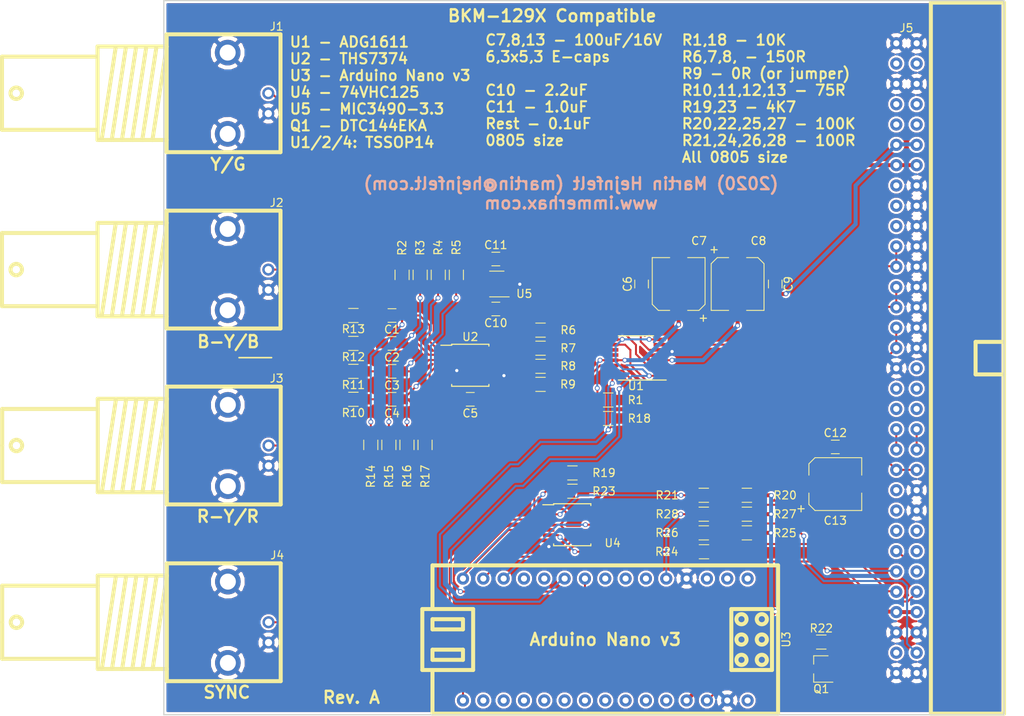
<source format=kicad_pcb>
(kicad_pcb (version 4) (host pcbnew 4.0.7-e2-6376~61~ubuntu18.04.1)
  (layers (0 F.Cu signal) (31 B.Cu signal) (34 B.Paste user) (35 F.Paste user) (36 B.SilkS user) (37 F.SilkS user) (38 B.Mask user) (39 F.Mask user) (44 Edge.Cuts user))
  (net 0 "")
  (net 1 "Net-(C1-Pad1)")
  (net 2 "Net-(C1-Pad2)")
  (net 3 "Net-(C2-Pad1)")
  (net 4 "Net-(C2-Pad2)")
  (net 5 "Net-(C3-Pad1)")
  (net 6 "Net-(C3-Pad2)")
  (net 7 "Net-(C4-Pad1)")
  (net 8 "Net-(C4-Pad2)")
  (net 9 +3V3)
  (net 10 GND)
  (net 11 VDD)
  (net 12 VSS)
  (net 13 /Y/G)
  (net 14 /P-B/B)
  (net 15 /P-R/R)
  (net 16 "Net-(J5-Pad20b)")
  (net 17 /EXT_SYNC)
  (net 18 /RESET)
  (net 19 /MISO)
  (net 20 /SCLK)
  (net 21 "Net-(J5-Pad20a)")
  (net 22 /MOSI)
  (net 23 /SLOT_ID)
  (net 24 /~MCU_RESET)
  (net 25 ~BX_OE)
  (net 26 "Net-(R6-Pad1)")
  (net 27 "Net-(R6-Pad2)")
  (net 28 "Net-(R7-Pad1)")
  (net 29 "Net-(R7-Pad2)")
  (net 30 "Net-(R8-Pad1)")
  (net 31 "Net-(R8-Pad2)")
  (net 32 "Net-(R9-Pad1)")
  (net 33 "Net-(R9-Pad2)")
  (net 34 ~EXT_SYNC_OE)
  (net 35 "Net-(R21-Pad1)")
  (net 36 +5VD)
  (net 37 "Net-(R23-Pad1)")
  (net 38 "Net-(R24-Pad1)")
  (net 39 "Net-(R26-Pad1)")
  (net 40 /MCU_SLOT_ID)
  (net 41 "Net-(U3-Pad13)")
  (net 42 "Net-(U3-Pad14)")
  (net 43 /MCU_SCK)
  (module Capacitors_SMD:C_0805_HandSoldering (layer F.Cu) (at 149.5425 101.219 180)
    (fp_text reference C1 (at 0.0127 -1.7526 180) (layer F.SilkS))
    (fp_text value 0.1uF)
    (pad 1 smd rect (at -1.25 0 180) (size 1.5 1.25) (layers F.Cu F.Paste F.Mask) (net 1 "Net-(C1-Pad1)"))
    (pad 2 smd rect (at 1.25 0 180) (size 1.5 1.25) (layers F.Cu F.Paste F.Mask) (net 2 "Net-(C1-Pad2)"))
  )
  (module Capacitors_SMD:C_0805_HandSoldering (layer F.Cu) (at 149.5425 104.7115 180)
    (fp_text reference C2 (at 0 -1.75 180) (layer F.SilkS))
    (fp_text value 0.1uF)
    (pad 1 smd rect (at -1.25 0 180) (size 1.5 1.25) (layers F.Cu F.Paste F.Mask) (net 3 "Net-(C2-Pad1)"))
    (pad 2 smd rect (at 1.25 0 180) (size 1.5 1.25) (layers F.Cu F.Paste F.Mask) (net 4 "Net-(C2-Pad2)"))
  )
  (module Capacitors_SMD:C_0805_HandSoldering (layer F.Cu) (at 149.5425 108.204 180)
    (fp_text reference C3 (at 0 -1.75 180) (layer F.SilkS))
    (fp_text value 0.1uF)
    (pad 1 smd rect (at -1.25 0 180) (size 1.5 1.25) (layers F.Cu F.Paste F.Mask) (net 5 "Net-(C3-Pad1)"))
    (pad 2 smd rect (at 1.25 0 180) (size 1.5 1.25) (layers F.Cu F.Paste F.Mask) (net 6 "Net-(C3-Pad2)"))
  )
  (module Capacitors_SMD:C_0805_HandSoldering (layer F.Cu) (at 149.5425 111.6965 180)
    (fp_text reference C4 (at 0 -1.75 180) (layer F.SilkS))
    (fp_text value 0.1uF)
    (pad 1 smd rect (at -1.25 0 180) (size 1.5 1.25) (layers F.Cu F.Paste F.Mask) (net 7 "Net-(C4-Pad1)"))
    (pad 2 smd rect (at 1.25 0 180) (size 1.5 1.25) (layers F.Cu F.Paste F.Mask) (net 8 "Net-(C4-Pad2)"))
  )
  (module Capacitors_SMD:C_0805_HandSoldering (layer F.Cu) (at 159.3215 111.6965 180)
    (fp_text reference C5 (at 0 -1.75 180) (layer F.SilkS))
    (fp_text value 0.1uF)
    (pad 1 smd rect (at -1.25 0 180) (size 1.5 1.25) (layers F.Cu F.Paste F.Mask) (net 9 +3V3))
    (pad 2 smd rect (at 1.25 0 180) (size 1.5 1.25) (layers F.Cu F.Paste F.Mask) (net 10 GND))
  )
  (module Capacitors_SMD:C_0805_HandSoldering (layer F.Cu) (at 180.721 97.282 90)
    (fp_text reference C6 (at 0 -1.75 90) (layer F.SilkS))
    (fp_text value 0.1uF)
    (pad 1 smd rect (at -1.25 0 90) (size 1.5 1.25) (layers F.Cu F.Paste F.Mask) (net 11 VDD))
    (pad 2 smd rect (at 1.25 0 90) (size 1.5 1.25) (layers F.Cu F.Paste F.Mask) (net 10 GND))
  )
  (module Capacitors_SMD:CP_Elec_6.3x5.3 (layer F.Cu) (at 185.3565 97.282 90)
    (fp_text reference C7 (at 5.3975 2.54 180) (layer F.SilkS))
    (fp_text value 100uF)
    (fp_text user + (at -4.28 3.01 90) (layer F.SilkS))
    (pad 1 smd rect (at -2.7 0 270) (size 3.5 1.6) (layers F.Cu F.Paste F.Mask) (net 11 VDD))
    (pad 2 smd rect (at 2.7 0 270) (size 3.5 1.6) (layers F.Cu F.Paste F.Mask) (net 10 GND))
  )
  (module Capacitors_SMD:CP_Elec_6.3x5.3 (layer F.Cu) (at 192.7225 97.282 270)
    (fp_text reference C8 (at -5.3975 -2.6035 360) (layer F.SilkS))
    (fp_text value 100uF)
    (fp_text user + (at -4.28 3.01 270) (layer F.SilkS))
    (pad 1 smd rect (at -2.7 0 90) (size 3.5 1.6) (layers F.Cu F.Paste F.Mask) (net 10 GND))
    (pad 2 smd rect (at 2.7 0 90) (size 3.5 1.6) (layers F.Cu F.Paste F.Mask) (net 12 VSS))
  )
  (module Capacitors_SMD:C_0805_HandSoldering (layer F.Cu) (at 197.4215 97.282 90)
    (fp_text reference C9 (at 0 1.651 90) (layer F.SilkS))
    (fp_text value 0.1uF)
    (pad 1 smd rect (at -1.25 0 90) (size 1.5 1.25) (layers F.Cu F.Paste F.Mask) (net 12 VSS))
    (pad 2 smd rect (at 1.25 0 90) (size 1.5 1.25) (layers F.Cu F.Paste F.Mask) (net 10 GND))
  )
  (module bnc-tht:BNC-THT (layer F.Cu) (at 129.0066 73.4314)
    (fp_text reference J1 (at 6.1214 -8.3439) (layer F.SilkS))
    (fp_text value YG1)
    (pad 2 thru_hole circle (at 5.08 2.54) (size 1.5 1.5) (drill 0.9) (layers *.Cu *.Mask) (net 10 GND))
    (pad 2 thru_hole circle (at 0 -5.08) (size 3.2 3.2) (drill 2) (layers *.Cu *.Mask) (net 10 GND))
    (pad 2 thru_hole circle (at 0 5.08) (size 3.2 3.2) (drill 2) (layers *.Cu *.Mask) (net 10 GND))
    (pad 1 thru_hole circle (at 5.08 0) (size 1.5 1.5) (drill 0.9) (layers *.Cu *.Mask) (net 2 "Net-(C1-Pad2)"))
  )
  (module bnc-tht:BNC-THT (layer F.Cu) (at 129.0066 95.4786)
    (fp_text reference J2 (at 6.1214 -8.3566) (layer F.SilkS))
    (fp_text value PBB1)
    (pad 2 thru_hole circle (at 5.08 2.54) (size 1.5 1.5) (drill 0.9) (layers *.Cu *.Mask) (net 10 GND))
    (pad 2 thru_hole circle (at 0 -5.08) (size 3.2 3.2) (drill 2) (layers *.Cu *.Mask) (net 10 GND))
    (pad 2 thru_hole circle (at 0 5.08) (size 3.2 3.2) (drill 2) (layers *.Cu *.Mask) (net 10 GND))
    (pad 1 thru_hole circle (at 5.08 0) (size 1.5 1.5) (drill 0.9) (layers *.Cu *.Mask) (net 4 "Net-(C2-Pad2)"))
  )
  (module bnc-tht:BNC-THT (layer F.Cu) (at 129.032 117.475)
    (fp_text reference J3 (at 6.096 -8.382) (layer F.SilkS))
    (fp_text value PRR1)
    (pad 2 thru_hole circle (at 5.08 2.54) (size 1.5 1.5) (drill 0.9) (layers *.Cu *.Mask) (net 10 GND))
    (pad 2 thru_hole circle (at 0 -5.08) (size 3.2 3.2) (drill 2) (layers *.Cu *.Mask) (net 10 GND))
    (pad 2 thru_hole circle (at 0 5.08) (size 3.2 3.2) (drill 2) (layers *.Cu *.Mask) (net 10 GND))
    (pad 1 thru_hole circle (at 5.08 0) (size 1.5 1.5) (drill 0.9) (layers *.Cu *.Mask) (net 6 "Net-(C3-Pad2)"))
  )
  (module bnc-tht:BNC-THT (layer F.Cu) (at 129.032 139.573)
    (fp_text reference J4 (at 6.1595 -8.382) (layer F.SilkS))
    (fp_text value SYNC1)
    (pad 2 thru_hole circle (at 5.08 2.54) (size 1.5 1.5) (drill 0.9) (layers *.Cu *.Mask) (net 10 GND))
    (pad 2 thru_hole circle (at 0 -5.08) (size 3.2 3.2) (drill 2) (layers *.Cu *.Mask) (net 10 GND))
    (pad 2 thru_hole circle (at 0 5.08) (size 3.2 3.2) (drill 2) (layers *.Cu *.Mask) (net 10 GND))
    (pad 1 thru_hole circle (at 5.08 0) (size 1.5 1.5) (drill 0.9) (layers *.Cu *.Mask) (net 8 "Net-(C4-Pad2)"))
  )
  (module din-41612-64p-ra:DIN-41612-64P (layer F.Cu) (at 213.8172 106.553)
    (fp_text reference J5 (at 0 -41.275) (layer F.SilkS))
    (fp_text value Conn_02x32_Row_Letter_Last)
    (pad 1b thru_hole circle (at -1.27 -39.37) (size 1.524 1.524) (drill 0.762) (layers *.Cu *.Mask) (net 10 GND))
    (pad 2b thru_hole circle (at -1.27 -36.83) (size 1.524 1.524) (drill 0.762) (layers *.Cu *.Mask))
    (pad 3b thru_hole circle (at -1.27 -34.29) (size 1.524 1.524) (drill 0.762) (layers *.Cu *.Mask) (net 10 GND))
    (pad 4b thru_hole circle (at -1.27 -31.75) (size 1.524 1.524) (drill 0.762) (layers *.Cu *.Mask))
    (pad 5b thru_hole circle (at -1.27 -29.21) (size 1.524 1.524) (drill 0.762) (layers *.Cu *.Mask))
    (pad 6b thru_hole circle (at -1.27 -26.67) (size 1.524 1.524) (drill 0.762) (layers *.Cu *.Mask) (net 12 VSS))
    (pad 7b thru_hole circle (at -1.27 -24.13) (size 1.524 1.524) (drill 0.762) (layers *.Cu *.Mask) (net 11 VDD))
    (pad 8b thru_hole circle (at -1.27 -21.59) (size 1.524 1.524) (drill 0.762) (layers *.Cu *.Mask))
    (pad 9b thru_hole circle (at -1.27 -19.05) (size 1.524 1.524) (drill 0.762) (layers *.Cu *.Mask))
    (pad 10b thru_hole circle (at -1.27 -16.51) (size 1.524 1.524) (drill 0.762) (layers *.Cu *.Mask))
    (pad 11b thru_hole circle (at -1.27 -13.97) (size 1.524 1.524) (drill 0.762) (layers *.Cu *.Mask) (net 13 /Y/G))
    (pad 12b thru_hole circle (at -1.27 -11.43) (size 1.524 1.524) (drill 0.762) (layers *.Cu *.Mask) (net 13 /Y/G))
    (pad 13b thru_hole circle (at -1.27 -8.89) (size 1.524 1.524) (drill 0.762) (layers *.Cu *.Mask) (net 14 /P-B/B))
    (pad 14b thru_hole circle (at -1.27 -6.35) (size 1.524 1.524) (drill 0.762) (layers *.Cu *.Mask) (net 14 /P-B/B))
    (pad 15b thru_hole circle (at -1.27 -3.81) (size 1.524 1.524) (drill 0.762) (layers *.Cu *.Mask) (net 15 /P-R/R))
    (pad 16b thru_hole circle (at -1.27 -1.27) (size 1.524 1.524) (drill 0.762) (layers *.Cu *.Mask) (net 15 /P-R/R))
    (pad 17b thru_hole circle (at -1.27 1.27) (size 1.524 1.524) (drill 0.762) (layers *.Cu *.Mask) (net 10 GND))
    (pad 18b thru_hole circle (at -1.27 3.81) (size 1.524 1.524) (drill 0.762) (layers *.Cu *.Mask))
    (pad 19b thru_hole circle (at -1.27 6.35) (size 1.524 1.524) (drill 0.762) (layers *.Cu *.Mask))
    (pad 20b thru_hole circle (at -1.27 8.89) (size 1.524 1.524) (drill 0.762) (layers *.Cu *.Mask) (net 16 "Net-(J5-Pad20b)"))
    (pad 21b thru_hole circle (at -1.27 11.43) (size 1.524 1.524) (drill 0.762) (layers *.Cu *.Mask) (net 16 "Net-(J5-Pad20b)"))
    (pad 22b thru_hole circle (at -1.27 13.97) (size 1.524 1.524) (drill 0.762) (layers *.Cu *.Mask) (net 17 /EXT_SYNC))
    (pad 23b thru_hole circle (at -1.27 16.51) (size 1.524 1.524) (drill 0.762) (layers *.Cu *.Mask))
    (pad 24b thru_hole circle (at -1.27 19.05) (size 1.524 1.524) (drill 0.762) (layers *.Cu *.Mask))
    (pad 25b thru_hole circle (at -1.27 21.59) (size 1.524 1.524) (drill 0.762) (layers *.Cu *.Mask))
    (pad 26b thru_hole circle (at -1.27 24.13) (size 1.524 1.524) (drill 0.762) (layers *.Cu *.Mask) (net 18 /RESET))
    (pad 27b thru_hole circle (at -1.27 26.67) (size 1.524 1.524) (drill 0.762) (layers *.Cu *.Mask) (net 19 /MISO))
    (pad 28b thru_hole circle (at -1.27 29.21) (size 1.524 1.524) (drill 0.762) (layers *.Cu *.Mask) (net 20 /SCLK))
    (pad 29b thru_hole circle (at -1.27 31.75) (size 1.524 1.524) (drill 0.762) (layers *.Cu *.Mask) (net 36 +5VD))
    (pad 30b thru_hole circle (at -1.27 34.29) (size 1.524 1.524) (drill 0.762) (layers *.Cu *.Mask) (net 10 GND))
    (pad 31b thru_hole circle (at -1.27 36.83) (size 1.524 1.524) (drill 0.762) (layers *.Cu *.Mask))
    (pad 32b thru_hole circle (at -1.27 39.37) (size 1.524 1.524) (drill 0.762) (layers *.Cu *.Mask) (net 10 GND))
    (pad 1a thru_hole circle (at 1.27 -39.37) (size 1.524 1.524) (drill 0.762) (layers *.Cu *.Mask) (net 10 GND))
    (pad 2a thru_hole circle (at 1.27 -36.83) (size 1.524 1.524) (drill 0.762) (layers *.Cu *.Mask))
    (pad 3a thru_hole circle (at 1.27 -34.29) (size 1.524 1.524) (drill 0.762) (layers *.Cu *.Mask) (net 10 GND))
    (pad 4a thru_hole circle (at 1.27 -31.75) (size 1.524 1.524) (drill 0.762) (layers *.Cu *.Mask))
    (pad 5a thru_hole circle (at 1.27 -29.21) (size 1.524 1.524) (drill 0.762) (layers *.Cu *.Mask))
    (pad 6a thru_hole circle (at 1.27 -26.67) (size 1.524 1.524) (drill 0.762) (layers *.Cu *.Mask) (net 12 VSS))
    (pad 7a thru_hole circle (at 1.27 -24.13) (size 1.524 1.524) (drill 0.762) (layers *.Cu *.Mask) (net 11 VDD))
    (pad 8a thru_hole circle (at 1.27 -21.59) (size 1.524 1.524) (drill 0.762) (layers *.Cu *.Mask) (net 10 GND))
    (pad 9a thru_hole circle (at 1.27 -19.05) (size 1.524 1.524) (drill 0.762) (layers *.Cu *.Mask) (net 10 GND))
    (pad 10a thru_hole circle (at 1.27 -16.51) (size 1.524 1.524) (drill 0.762) (layers *.Cu *.Mask) (net 10 GND))
    (pad 11a thru_hole circle (at 1.27 -13.97) (size 1.524 1.524) (drill 0.762) (layers *.Cu *.Mask) (net 10 GND))
    (pad 12a thru_hole circle (at 1.27 -11.43) (size 1.524 1.524) (drill 0.762) (layers *.Cu *.Mask) (net 10 GND))
    (pad 13a thru_hole circle (at 1.27 -8.89) (size 1.524 1.524) (drill 0.762) (layers *.Cu *.Mask) (net 10 GND))
    (pad 14a thru_hole circle (at 1.27 -6.35) (size 1.524 1.524) (drill 0.762) (layers *.Cu *.Mask) (net 10 GND))
    (pad 15a thru_hole circle (at 1.27 -3.81) (size 1.524 1.524) (drill 0.762) (layers *.Cu *.Mask) (net 10 GND))
    (pad 16a thru_hole circle (at 1.27 -1.27) (size 1.524 1.524) (drill 0.762) (layers *.Cu *.Mask) (net 10 GND))
    (pad 17a thru_hole circle (at 1.27 1.27) (size 1.524 1.524) (drill 0.762) (layers *.Cu *.Mask))
    (pad 18a thru_hole circle (at 1.27 3.81) (size 1.524 1.524) (drill 0.762) (layers *.Cu *.Mask))
    (pad 19a thru_hole circle (at 1.27 6.35) (size 1.524 1.524) (drill 0.762) (layers *.Cu *.Mask))
    (pad 20a thru_hole circle (at 1.27 8.89) (size 1.524 1.524) (drill 0.762) (layers *.Cu *.Mask) (net 21 "Net-(J5-Pad20a)"))
    (pad 21a thru_hole circle (at 1.27 11.43) (size 1.524 1.524) (drill 0.762) (layers *.Cu *.Mask) (net 21 "Net-(J5-Pad20a)"))
    (pad 22a thru_hole circle (at 1.27 13.97) (size 1.524 1.524) (drill 0.762) (layers *.Cu *.Mask) (net 17 /EXT_SYNC))
    (pad 23a thru_hole circle (at 1.27 16.51) (size 1.524 1.524) (drill 0.762) (layers *.Cu *.Mask) (net 10 GND))
    (pad 24a thru_hole circle (at 1.27 19.05) (size 1.524 1.524) (drill 0.762) (layers *.Cu *.Mask) (net 10 GND))
    (pad 25a thru_hole circle (at 1.27 21.59) (size 1.524 1.524) (drill 0.762) (layers *.Cu *.Mask))
    (pad 26a thru_hole circle (at 1.27 24.13) (size 1.524 1.524) (drill 0.762) (layers *.Cu *.Mask))
    (pad 27a thru_hole circle (at 1.27 26.67) (size 1.524 1.524) (drill 0.762) (layers *.Cu *.Mask))
    (pad 28a thru_hole circle (at 1.27 29.21) (size 1.524 1.524) (drill 0.762) (layers *.Cu *.Mask) (net 22 /MOSI))
    (pad 29a thru_hole circle (at 1.27 31.75) (size 1.524 1.524) (drill 0.762) (layers *.Cu *.Mask) (net 36 +5VD))
    (pad 30a thru_hole circle (at 1.27 34.29) (size 1.524 1.524) (drill 0.762) (layers *.Cu *.Mask) (net 10 GND))
    (pad 31a thru_hole circle (at 1.27 36.83) (size 1.524 1.524) (drill 0.762) (layers *.Cu *.Mask) (net 23 /SLOT_ID))
    (pad 32a thru_hole circle (at 1.27 39.37) (size 1.524 1.524) (drill 0.762) (layers *.Cu *.Mask) (net 10 GND))
  )
  (module TO_SOT_Packages_SMD:SC-59_Handsoldering (layer F.Cu) (at 203.1746 145.415 180)
    (fp_text reference Q1 (at 0 -2.5 180) (layer F.SilkS))
    (fp_text value DTC144EKA)
    (pad 1 smd rect (at -1.65 -0.95 180) (size 1.8 0.8) (layers F.Cu F.Paste F.Mask) (net 10 GND))
    (pad 2 smd rect (at -1.65 0.95 180) (size 1.8 0.8) (layers F.Cu F.Paste F.Mask) (net 18 /RESET))
    (pad 3 smd rect (at 1.65 0 180) (size 1.8 0.8) (layers F.Cu F.Paste F.Mask) (net 24 /~MCU_RESET))
  )
  (module Resistors_SMD:R_0805_HandSoldering (layer F.Cu) (at 176.5554 111.7854 180)
    (fp_text reference R1 (at -3.4036 0 180) (layer F.SilkS))
    (fp_text value 10K)
    (pad 1 smd rect (at -1.35 0 180) (size 1.5 1.3) (layers F.Cu F.Paste F.Mask) (net 25 ~BX_OE))
    (pad 2 smd rect (at 1.35 0 180) (size 1.5 1.3) (layers F.Cu F.Paste F.Mask) (net 11 VDD))
  )
  (module Resistors_SMD:R_0805_HandSoldering (layer F.Cu) (at 150.7998 96.139 270)
    (fp_text reference R2 (at -3.3782 0 450) (layer F.SilkS))
    (fp_text value R)
    (pad 1 smd rect (at -1.35 0 270) (size 1.5 1.3) (layers F.Cu F.Paste F.Mask) (net 9 +3V3))
    (pad 2 smd rect (at 1.35 0 270) (size 1.5 1.3) (layers F.Cu F.Paste F.Mask) (net 1 "Net-(C1-Pad1)"))
  )
  (module Resistors_SMD:R_0805_HandSoldering (layer F.Cu) (at 153.0604 96.139 270)
    (fp_text reference R3 (at -3.3782 0 450) (layer F.SilkS))
    (fp_text value R)
    (pad 1 smd rect (at -1.35 0 270) (size 1.5 1.3) (layers F.Cu F.Paste F.Mask) (net 9 +3V3))
    (pad 2 smd rect (at 1.35 0 270) (size 1.5 1.3) (layers F.Cu F.Paste F.Mask) (net 3 "Net-(C2-Pad1)"))
  )
  (module Resistors_SMD:R_0805_HandSoldering (layer F.Cu) (at 155.321 96.139 270)
    (fp_text reference R4 (at -3.4036 0 450) (layer F.SilkS))
    (fp_text value R)
    (pad 1 smd rect (at -1.35 0 270) (size 1.5 1.3) (layers F.Cu F.Paste F.Mask) (net 9 +3V3))
    (pad 2 smd rect (at 1.35 0 270) (size 1.5 1.3) (layers F.Cu F.Paste F.Mask) (net 5 "Net-(C3-Pad1)"))
  )
  (module Resistors_SMD:R_0805_HandSoldering (layer F.Cu) (at 157.5816 96.139 270)
    (fp_text reference R5 (at -3.429 0 270) (layer F.SilkS))
    (fp_text value R)
    (pad 1 smd rect (at -1.35 0 270) (size 1.5 1.3) (layers F.Cu F.Paste F.Mask) (net 9 +3V3))
    (pad 2 smd rect (at 1.35 0 270) (size 1.5 1.3) (layers F.Cu F.Paste F.Mask) (net 7 "Net-(C4-Pad1)"))
  )
  (module Resistors_SMD:R_0805_HandSoldering (layer F.Cu) (at 168.0972 103.0478 180)
    (fp_text reference R6 (at -3.4671 0 180) (layer F.SilkS))
    (fp_text value 150R)
    (pad 1 smd rect (at -1.35 0 180) (size 1.5 1.3) (layers F.Cu F.Paste F.Mask) (net 26 "Net-(R6-Pad1)"))
    (pad 2 smd rect (at 1.35 0 180) (size 1.5 1.3) (layers F.Cu F.Paste F.Mask) (net 27 "Net-(R6-Pad2)"))
  )
  (module Resistors_SMD:R_0805_HandSoldering (layer F.Cu) (at 168.0972 105.3084 180)
    (fp_text reference R7 (at -3.4544 0 180) (layer F.SilkS))
    (fp_text value 150R)
    (pad 1 smd rect (at -1.35 0 180) (size 1.5 1.3) (layers F.Cu F.Paste F.Mask) (net 28 "Net-(R7-Pad1)"))
    (pad 2 smd rect (at 1.35 0 180) (size 1.5 1.3) (layers F.Cu F.Paste F.Mask) (net 29 "Net-(R7-Pad2)"))
  )
  (module Resistors_SMD:R_0805_HandSoldering (layer F.Cu) (at 168.0972 107.569 180)
    (fp_text reference R8 (at -3.4544 0.0254 180) (layer F.SilkS))
    (fp_text value 150R)
    (pad 1 smd rect (at -1.35 0 180) (size 1.5 1.3) (layers F.Cu F.Paste F.Mask) (net 30 "Net-(R8-Pad1)"))
    (pad 2 smd rect (at 1.35 0 180) (size 1.5 1.3) (layers F.Cu F.Paste F.Mask) (net 31 "Net-(R8-Pad2)"))
  )
  (module Resistors_SMD:R_0805_HandSoldering (layer F.Cu) (at 168.0972 109.8296 180)
    (fp_text reference R9 (at -3.429 0 180) (layer F.SilkS))
    (fp_text value 150R)
    (pad 1 smd rect (at -1.35 0 180) (size 1.5 1.3) (layers F.Cu F.Paste F.Mask) (net 32 "Net-(R9-Pad1)"))
    (pad 2 smd rect (at 1.35 0 180) (size 1.5 1.3) (layers F.Cu F.Paste F.Mask) (net 33 "Net-(R9-Pad2)"))
  )
  (module Resistors_SMD:R_0805_HandSoldering (layer F.Cu) (at 144.7165 111.6965 180)
    (fp_text reference R10 (at 0 -1.7 180) (layer F.SilkS))
    (fp_text value 75R)
    (pad 1 smd rect (at -1.35 0 180) (size 1.5 1.3) (layers F.Cu F.Paste F.Mask) (net 8 "Net-(C4-Pad2)"))
    (pad 2 smd rect (at 1.35 0 180) (size 1.5 1.3) (layers F.Cu F.Paste F.Mask) (net 10 GND))
  )
  (module Resistors_SMD:R_0805_HandSoldering (layer F.Cu) (at 144.7165 108.204 180)
    (fp_text reference R11 (at 0 -1.7 180) (layer F.SilkS))
    (fp_text value 75R)
    (pad 1 smd rect (at -1.35 0 180) (size 1.5 1.3) (layers F.Cu F.Paste F.Mask) (net 6 "Net-(C3-Pad2)"))
    (pad 2 smd rect (at 1.35 0 180) (size 1.5 1.3) (layers F.Cu F.Paste F.Mask) (net 10 GND))
  )
  (module Resistors_SMD:R_0805_HandSoldering (layer F.Cu) (at 144.7165 104.7115 180)
    (fp_text reference R12 (at 0 -1.7 180) (layer F.SilkS))
    (fp_text value 75R)
    (pad 1 smd rect (at -1.35 0 180) (size 1.5 1.3) (layers F.Cu F.Paste F.Mask) (net 4 "Net-(C2-Pad2)"))
    (pad 2 smd rect (at 1.35 0 180) (size 1.5 1.3) (layers F.Cu F.Paste F.Mask) (net 10 GND))
  )
  (module Resistors_SMD:R_0805_HandSoldering (layer F.Cu) (at 144.7165 101.219 180)
    (fp_text reference R13 (at 0 -1.7 180) (layer F.SilkS))
    (fp_text value 75R)
    (pad 1 smd rect (at -1.35 0 180) (size 1.5 1.3) (layers F.Cu F.Paste F.Mask) (net 2 "Net-(C1-Pad2)"))
    (pad 2 smd rect (at 1.35 0 180) (size 1.5 1.3) (layers F.Cu F.Paste F.Mask) (net 10 GND))
  )
  (module Resistors_SMD:R_0805_HandSoldering (layer F.Cu) (at 146.8882 117.3988 270)
    (fp_text reference R14 (at 3.937 0 270) (layer F.SilkS))
    (fp_text value R)
    (pad 1 smd rect (at -1.35 0 270) (size 1.5 1.3) (layers F.Cu F.Paste F.Mask) (net 1 "Net-(C1-Pad1)"))
    (pad 2 smd rect (at 1.35 0 270) (size 1.5 1.3) (layers F.Cu F.Paste F.Mask) (net 10 GND))
  )
  (module Resistors_SMD:R_0805_HandSoldering (layer F.Cu) (at 149.1488 117.3988 270)
    (fp_text reference R15 (at 3.937 0 270) (layer F.SilkS))
    (fp_text value R)
    (pad 1 smd rect (at -1.35 0 270) (size 1.5 1.3) (layers F.Cu F.Paste F.Mask) (net 3 "Net-(C2-Pad1)"))
    (pad 2 smd rect (at 1.35 0 270) (size 1.5 1.3) (layers F.Cu F.Paste F.Mask) (net 10 GND))
  )
  (module Resistors_SMD:R_0805_HandSoldering (layer F.Cu) (at 151.4094 117.3988 270)
    (fp_text reference R16 (at 3.9116 0 270) (layer F.SilkS))
    (fp_text value R)
    (pad 1 smd rect (at -1.35 0 270) (size 1.5 1.3) (layers F.Cu F.Paste F.Mask) (net 5 "Net-(C3-Pad1)"))
    (pad 2 smd rect (at 1.35 0 270) (size 1.5 1.3) (layers F.Cu F.Paste F.Mask) (net 10 GND))
  )
  (module Resistors_SMD:R_0805_HandSoldering (layer F.Cu) (at 153.67 117.3988 270)
    (fp_text reference R17 (at 3.937 -0.0254 270) (layer F.SilkS))
    (fp_text value R)
    (pad 1 smd rect (at -1.35 0 270) (size 1.5 1.3) (layers F.Cu F.Paste F.Mask) (net 7 "Net-(C4-Pad1)"))
    (pad 2 smd rect (at 1.35 0 270) (size 1.5 1.3) (layers F.Cu F.Paste F.Mask) (net 10 GND))
  )
  (module Resistors_SMD:R_0805_HandSoldering (layer F.Cu) (at 176.5554 114.0968)
    (fp_text reference R18 (at 3.8862 0) (layer F.SilkS))
    (fp_text value 10K)
    (pad 1 smd rect (at -1.35 0) (size 1.5 1.3) (layers F.Cu F.Paste F.Mask) (net 11 VDD))
    (pad 2 smd rect (at 1.35 0) (size 1.5 1.3) (layers F.Cu F.Paste F.Mask) (net 34 ~EXT_SYNC_OE))
  )
  (module Resistors_SMD:R_0805_HandSoldering (layer F.Cu) (at 193.8782 123.698)
    (fp_text reference R20 (at 4.7752 0) (layer F.SilkS))
    (fp_text value 100K)
    (pad 1 smd rect (at -1.35 0) (size 1.5 1.3) (layers F.Cu F.Paste F.Mask) (net 20 /SCLK))
    (pad 2 smd rect (at 1.35 0) (size 1.5 1.3) (layers F.Cu F.Paste F.Mask) (net 36 +5VD))
  )
  (module Resistors_SMD:R_0805_HandSoldering (layer F.Cu) (at 188.4934 123.698)
    (fp_text reference R21 (at -4.572 0) (layer F.SilkS))
    (fp_text value 100R)
    (pad 1 smd rect (at -1.35 0) (size 1.5 1.3) (layers F.Cu F.Paste F.Mask) (net 35 "Net-(R21-Pad1)"))
    (pad 2 smd rect (at 1.35 0) (size 1.5 1.3) (layers F.Cu F.Paste F.Mask) (net 20 /SCLK))
  )
  (module Resistors_SMD:R_0805_HandSoldering (layer F.Cu) (at 203.1746 142.0495 180)
    (fp_text reference R22 (at 0 1.7145 180) (layer F.SilkS))
    (fp_text value 100K)
    (pad 1 smd rect (at -1.35 0 180) (size 1.5 1.3) (layers F.Cu F.Paste F.Mask) (net 36 +5VD))
    (pad 2 smd rect (at 1.35 0 180) (size 1.5 1.3) (layers F.Cu F.Paste F.Mask) (net 24 /~MCU_RESET))
  )
  (module Resistors_SMD:R_0805_HandSoldering (layer F.Cu) (at 172.085 123.19)
    (fp_text reference R23 (at 3.937 0) (layer F.SilkS))
    (fp_text value 4K7)
    (pad 1 smd rect (at -1.35 0) (size 1.5 1.3) (layers F.Cu F.Paste F.Mask) (net 37 "Net-(R23-Pad1)"))
    (pad 2 smd rect (at 1.35 0) (size 1.5 1.3) (layers F.Cu F.Paste F.Mask) (net 36 +5VD))
  )
  (module Resistors_SMD:R_0805_HandSoldering (layer F.Cu) (at 188.5188 130.7592)
    (fp_text reference R24 (at -4.6482 0) (layer F.SilkS))
    (fp_text value 100R)
    (pad 1 smd rect (at -1.35 0) (size 1.5 1.3) (layers F.Cu F.Paste F.Mask) (net 38 "Net-(R24-Pad1)"))
    (pad 2 smd rect (at 1.35 0) (size 1.5 1.3) (layers F.Cu F.Paste F.Mask) (net 19 /MISO))
  )
  (module Resistors_SMD:R_0805_HandSoldering (layer F.Cu) (at 193.8782 128.397)
    (fp_text reference R25 (at 4.7498 0.0254) (layer F.SilkS))
    (fp_text value 100K)
    (pad 1 smd rect (at -1.35 0) (size 1.5 1.3) (layers F.Cu F.Paste F.Mask) (net 22 /MOSI))
    (pad 2 smd rect (at 1.35 0) (size 1.5 1.3) (layers F.Cu F.Paste F.Mask) (net 36 +5VD))
  )
  (module Resistors_SMD:R_0805_HandSoldering (layer F.Cu) (at 188.4934 128.397)
    (fp_text reference R26 (at -4.5974 0) (layer F.SilkS))
    (fp_text value 100R)
    (pad 1 smd rect (at -1.35 0) (size 1.5 1.3) (layers F.Cu F.Paste F.Mask) (net 39 "Net-(R26-Pad1)"))
    (pad 2 smd rect (at 1.35 0) (size 1.5 1.3) (layers F.Cu F.Paste F.Mask) (net 22 /MOSI))
  )
  (module Resistors_SMD:R_0805_HandSoldering (layer F.Cu) (at 193.8782 126.0602)
    (fp_text reference R27 (at 4.7498 0) (layer F.SilkS))
    (fp_text value 100K)
    (pad 1 smd rect (at -1.35 0) (size 1.5 1.3) (layers F.Cu F.Paste F.Mask) (net 23 /SLOT_ID))
    (pad 2 smd rect (at 1.35 0) (size 1.5 1.3) (layers F.Cu F.Paste F.Mask) (net 36 +5VD))
  )
  (module Resistors_SMD:R_0805_HandSoldering (layer F.Cu) (at 188.4934 126.0602)
    (fp_text reference R28 (at -4.572 0) (layer F.SilkS))
    (fp_text value 100R)
    (pad 1 smd rect (at -1.35 0) (size 1.5 1.3) (layers F.Cu F.Paste F.Mask) (net 40 /MCU_SLOT_ID))
    (pad 2 smd rect (at 1.35 0) (size 1.5 1.3) (layers F.Cu F.Paste F.Mask) (net 23 /SLOT_ID))
  )
  (module Housings_SSOP:TSSOP-16_4.4x5mm_Pitch0.65mm (layer F.Cu) (at 180.0225 106.4895 180)
    (fp_text reference U1 (at 0 -3.55 180) (layer F.SilkS))
    (fp_text value ADG1611)
    (pad 1 smd rect (at -2.95 -2.275 180) (size 1.5 0.45) (layers F.Cu F.Paste F.Mask) (net 25 ~BX_OE))
    (pad 2 smd rect (at -2.95 -1.625 180) (size 1.5 0.45) (layers F.Cu F.Paste F.Mask) (net 14 /P-B/B))
    (pad 3 smd rect (at -2.95 -0.975 180) (size 1.5 0.45) (layers F.Cu F.Paste F.Mask) (net 28 "Net-(R7-Pad1)"))
    (pad 4 smd rect (at -2.95 -0.325 180) (size 1.5 0.45) (layers F.Cu F.Paste F.Mask) (net 12 VSS))
    (pad 5 smd rect (at -2.95 0.325 180) (size 1.5 0.45) (layers F.Cu F.Paste F.Mask) (net 10 GND))
    (pad 6 smd rect (at -2.95 0.975 180) (size 1.5 0.45) (layers F.Cu F.Paste F.Mask) (net 26 "Net-(R6-Pad1)"))
    (pad 7 smd rect (at -2.95 1.625 180) (size 1.5 0.45) (layers F.Cu F.Paste F.Mask) (net 13 /Y/G))
    (pad 8 smd rect (at -2.95 2.275 180) (size 1.5 0.45) (layers F.Cu F.Paste F.Mask) (net 25 ~BX_OE))
    (pad 9 smd rect (at 2.95 2.275 180) (size 1.5 0.45) (layers F.Cu F.Paste F.Mask) (net 25 ~BX_OE))
    (pad 10 smd rect (at 2.95 1.625 180) (size 1.5 0.45) (layers F.Cu F.Paste F.Mask) (net 15 /P-R/R))
    (pad 11 smd rect (at 2.95 0.975 180) (size 1.5 0.45) (layers F.Cu F.Paste F.Mask) (net 30 "Net-(R8-Pad1)"))
    (pad 12 smd rect (at 2.95 0.325 180) (size 1.5 0.45) (layers F.Cu F.Paste F.Mask))
    (pad 13 smd rect (at 2.95 -0.325 180) (size 1.5 0.45) (layers F.Cu F.Paste F.Mask) (net 11 VDD))
    (pad 14 smd rect (at 2.95 -0.975 180) (size 1.5 0.45) (layers F.Cu F.Paste F.Mask) (net 32 "Net-(R9-Pad1)"))
    (pad 15 smd rect (at 2.95 -1.625 180) (size 1.5 0.45) (layers F.Cu F.Paste F.Mask) (net 17 /EXT_SYNC))
    (pad 16 smd rect (at 2.95 -2.275 180) (size 1.5 0.45) (layers F.Cu F.Paste F.Mask) (net 34 ~EXT_SYNC_OE))
  )
  (module arduino-nano-v3:arduino-nano-v3 (layer F.Cu) (at 176.1871 141.732 270)
    (fp_text reference U3 (at 0 -22.606 270) (layer F.SilkS))
    (fp_text value arduino-nano-v3)
    (fp_text user "Arduino Nano v3" (at 0 0 360) (layer F.SilkS) (effects (font (size 1.5 1.5) (thickness 0.3))))
    (pad 1 thru_hole circle (at -7.62 -17.78 270) (size 1.524 1.524) (drill 0.762) (layers *.Cu *.Mask))
    (pad 2 thru_hole circle (at -7.62 -15.24 270) (size 1.524 1.524) (drill 0.762) (layers *.Cu *.Mask))
    (pad 3 thru_hole circle (at -7.62 -12.7 270) (size 1.524 1.524) (drill 0.762) (layers *.Cu *.Mask))
    (pad 4 thru_hole circle (at -7.62 -10.16 270) (size 1.524 1.524) (drill 0.762) (layers *.Cu *.Mask) (net 10 GND))
    (pad 5 thru_hole circle (at -7.62 -7.62 270) (size 1.524 1.524) (drill 0.762) (layers *.Cu *.Mask) (net 40 /MCU_SLOT_ID))
    (pad 6 thru_hole circle (at -7.62 -5.08 270) (size 1.524 1.524) (drill 0.762) (layers *.Cu *.Mask))
    (pad 7 thru_hole circle (at -7.62 -2.54 270) (size 1.524 1.524) (drill 0.762) (layers *.Cu *.Mask))
    (pad 8 thru_hole circle (at -7.62 0 270) (size 1.524 1.524) (drill 0.762) (layers *.Cu *.Mask))
    (pad 9 thru_hole circle (at -7.62 2.54 270) (size 1.524 1.524) (drill 0.762) (layers *.Cu *.Mask) (net 25 ~BX_OE))
    (pad 10 thru_hole circle (at -7.62 5.08 270) (size 1.524 1.524) (drill 0.762) (layers *.Cu *.Mask) (net 34 ~EXT_SYNC_OE))
    (pad 11 thru_hole circle (at -7.62 7.62 270) (size 1.524 1.524) (drill 0.762) (layers *.Cu *.Mask))
    (pad 12 thru_hole circle (at -7.62 10.16 270) (size 1.524 1.524) (drill 0.762) (layers *.Cu *.Mask))
    (pad 13 thru_hole circle (at -7.62 12.7 270) (size 1.524 1.524) (drill 0.762) (layers *.Cu *.Mask) (net 41 "Net-(U3-Pad13)"))
    (pad 14 thru_hole circle (at -7.62 15.24 270) (size 1.524 1.524) (drill 0.762) (layers *.Cu *.Mask) (net 42 "Net-(U3-Pad14)"))
    (pad 15 thru_hole circle (at -7.62 17.78 270) (size 1.524 1.524) (drill 0.762) (layers *.Cu *.Mask) (net 37 "Net-(R23-Pad1)"))
    (pad 16 thru_hole circle (at 7.62 17.78 270) (size 1.524 1.524) (drill 0.762) (layers *.Cu *.Mask) (net 43 /MCU_SCK))
    (pad 17 thru_hole circle (at 7.62 15.24 270) (size 1.524 1.524) (drill 0.762) (layers *.Cu *.Mask))
    (pad 18 thru_hole circle (at 7.62 12.7 270) (size 1.524 1.524) (drill 0.762) (layers *.Cu *.Mask))
    (pad 19 thru_hole circle (at 7.62 10.16 270) (size 1.524 1.524) (drill 0.762) (layers *.Cu *.Mask))
    (pad 20 thru_hole circle (at 7.62 7.62 270) (size 1.524 1.524) (drill 0.762) (layers *.Cu *.Mask))
    (pad 21 thru_hole circle (at 7.62 5.08 270) (size 1.524 1.524) (drill 0.762) (layers *.Cu *.Mask))
    (pad 22 thru_hole circle (at 7.62 2.54 270) (size 1.524 1.524) (drill 0.762) (layers *.Cu *.Mask))
    (pad 23 thru_hole circle (at 7.62 0 270) (size 1.524 1.524) (drill 0.762) (layers *.Cu *.Mask))
    (pad 24 thru_hole circle (at 7.62 -2.54 270) (size 1.524 1.524) (drill 0.762) (layers *.Cu *.Mask))
    (pad 25 thru_hole circle (at 7.62 -5.08 270) (size 1.524 1.524) (drill 0.762) (layers *.Cu *.Mask))
    (pad 26 thru_hole circle (at 7.62 -7.62 270) (size 1.524 1.524) (drill 0.762) (layers *.Cu *.Mask))
    (pad 27 thru_hole circle (at 7.62 -10.16 270) (size 1.524 1.524) (drill 0.762) (layers *.Cu *.Mask) (net 36 +5VD))
    (pad 28 thru_hole circle (at 7.62 -12.7 270) (size 1.524 1.524) (drill 0.762) (layers *.Cu *.Mask) (net 24 /~MCU_RESET))
    (pad 29 thru_hole circle (at 7.62 -15.24 270) (size 1.524 1.524) (drill 0.762) (layers *.Cu *.Mask) (net 10 GND))
    (pad 30 thru_hole circle (at 7.62 -17.78 270) (size 1.524 1.524) (drill 0.762) (layers *.Cu *.Mask))
  )
  (module Housings_SSOP:TSSOP-14_4.4x5mm_Pitch0.65mm (layer F.Cu) (at 159.3215 107.442)
    (fp_text reference U2 (at 0 -3.55) (layer F.SilkS))
    (fp_text value THS7374)
    (pad 1 smd rect (at -2.95 -1.95) (size 1.45 0.45) (layers F.Cu F.Paste F.Mask) (net 1 "Net-(C1-Pad1)"))
    (pad 2 smd rect (at -2.95 -1.3) (size 1.45 0.45) (layers F.Cu F.Paste F.Mask) (net 3 "Net-(C2-Pad1)"))
    (pad 3 smd rect (at -2.95 -0.65) (size 1.45 0.45) (layers F.Cu F.Paste F.Mask) (net 5 "Net-(C3-Pad1)"))
    (pad 4 smd rect (at -2.95 0) (size 1.45 0.45) (layers F.Cu F.Paste F.Mask) (net 7 "Net-(C4-Pad1)"))
    (pad 5 smd rect (at -2.95 0.65) (size 1.45 0.45) (layers F.Cu F.Paste F.Mask) (net 10 GND))
    (pad 6 smd rect (at -2.95 1.3) (size 1.45 0.45) (layers F.Cu F.Paste F.Mask) (net 10 GND))
    (pad 7 smd rect (at -2.95 1.95) (size 1.45 0.45) (layers F.Cu F.Paste F.Mask))
    (pad 8 smd rect (at 2.95 1.95) (size 1.45 0.45) (layers F.Cu F.Paste F.Mask))
    (pad 9 smd rect (at 2.95 1.3) (size 1.45 0.45) (layers F.Cu F.Paste F.Mask) (net 10 GND))
    (pad 10 smd rect (at 2.95 0.65) (size 1.45 0.45) (layers F.Cu F.Paste F.Mask) (net 9 +3V3))
    (pad 11 smd rect (at 2.95 0) (size 1.45 0.45) (layers F.Cu F.Paste F.Mask) (net 33 "Net-(R9-Pad2)"))
    (pad 12 smd rect (at 2.95 -0.65) (size 1.45 0.45) (layers F.Cu F.Paste F.Mask) (net 31 "Net-(R8-Pad2)"))
    (pad 13 smd rect (at 2.95 -1.3) (size 1.45 0.45) (layers F.Cu F.Paste F.Mask) (net 29 "Net-(R7-Pad2)"))
    (pad 14 smd rect (at 2.95 -1.95) (size 1.45 0.45) (layers F.Cu F.Paste F.Mask) (net 27 "Net-(R6-Pad2)"))
  )
  (module Housings_SSOP:TSSOP-14_4.4x5mm_Pitch0.65mm (layer F.Cu) (at 172.0596 127.381)
    (fp_text reference U4 (at 5.0419 2.286) (layer F.SilkS))
    (fp_text value 74LVC125)
    (pad 1 smd rect (at -2.95 -1.95) (size 1.45 0.45) (layers F.Cu F.Paste F.Mask) (net 41 "Net-(U3-Pad13)"))
    (pad 2 smd rect (at -2.95 -1.3) (size 1.45 0.45) (layers F.Cu F.Paste F.Mask) (net 35 "Net-(R21-Pad1)"))
    (pad 3 smd rect (at -2.95 -0.65) (size 1.45 0.45) (layers F.Cu F.Paste F.Mask) (net 43 /MCU_SCK))
    (pad 4 smd rect (at -2.95 0) (size 1.45 0.45) (layers F.Cu F.Paste F.Mask) (net 41 "Net-(U3-Pad13)"))
    (pad 5 smd rect (at -2.95 0.65) (size 1.45 0.45) (layers F.Cu F.Paste F.Mask) (net 37 "Net-(R23-Pad1)"))
    (pad 6 smd rect (at -2.95 1.3) (size 1.45 0.45) (layers F.Cu F.Paste F.Mask) (net 38 "Net-(R24-Pad1)"))
    (pad 7 smd rect (at -2.95 1.95) (size 1.45 0.45) (layers F.Cu F.Paste F.Mask) (net 10 GND))
    (pad 8 smd rect (at 2.95 1.95) (size 1.45 0.45) (layers F.Cu F.Paste F.Mask) (net 42 "Net-(U3-Pad14)"))
    (pad 9 smd rect (at 2.95 1.3) (size 1.45 0.45) (layers F.Cu F.Paste F.Mask) (net 39 "Net-(R26-Pad1)"))
    (pad 10 smd rect (at 2.95 0.65) (size 1.45 0.45) (layers F.Cu F.Paste F.Mask) (net 41 "Net-(U3-Pad13)"))
    (pad 11 smd rect (at 2.95 0) (size 1.45 0.45) (layers F.Cu F.Paste F.Mask) (net 41 "Net-(U3-Pad13)"))
    (pad 12 smd rect (at 2.95 -0.65) (size 1.45 0.45) (layers F.Cu F.Paste F.Mask) (net 40 /MCU_SLOT_ID))
    (pad 13 smd rect (at 2.95 -1.3) (size 1.45 0.45) (layers F.Cu F.Paste F.Mask) (net 10 GND))
    (pad 14 smd rect (at 2.95 -1.95) (size 1.45 0.45) (layers F.Cu F.Paste F.Mask) (net 36 +5VD))
  )
  (module Capacitors_SMD:C_0805_HandSoldering (layer F.Cu) (at 162.5092 100.4062)
    (fp_text reference C10 (at 0 1.7526) (layer F.SilkS))
    (fp_text value 2.2uF)
    (pad 1 smd rect (at -1.25 0) (size 1.5 1.25) (layers F.Cu F.Paste F.Mask) (net 9 +3V3))
    (pad 2 smd rect (at 1.25 0) (size 1.5 1.25) (layers F.Cu F.Paste F.Mask) (net 10 GND))
  )
  (module Capacitors_SMD:C_0805_HandSoldering (layer F.Cu) (at 162.5092 94.1578 180)
    (fp_text reference C11 (at 0 1.7526 180) (layer F.SilkS))
    (fp_text value 1uF)
    (pad 1 smd rect (at -1.25 0 180) (size 1.5 1.25) (layers F.Cu F.Paste F.Mask) (net 10 GND))
    (pad 2 smd rect (at 1.25 0 180) (size 1.5 1.25) (layers F.Cu F.Paste F.Mask) (net 11 VDD))
  )
  (module TO_SOT_Packages_SMD:SOT-23-5_HandSoldering (layer F.Cu) (at 162.6362 97.282 180)
    (fp_text reference U5 (at -3.429 -1.2192 360) (layer F.SilkS))
    (fp_text value MIC3490-3.3)
    (pad 1 smd rect (at -1.35 -0.95 180) (size 1.56 0.65) (layers F.Cu F.Paste F.Mask))
    (pad 2 smd rect (at -1.35 0 180) (size 1.56 0.65) (layers F.Cu F.Paste F.Mask) (net 10 GND))
    (pad 3 smd rect (at -1.35 0.95 180) (size 1.56 0.65) (layers F.Cu F.Paste F.Mask) (net 11 VDD))
    (pad 4 smd rect (at 1.35 0.95 180) (size 1.56 0.65) (layers F.Cu F.Paste F.Mask) (net 11 VDD))
    (pad 5 smd rect (at 1.35 -0.95 180) (size 1.56 0.65) (layers F.Cu F.Paste F.Mask) (net 9 +3V3))
  )
  (module Capacitors_SMD:C_0805_HandSoldering (layer F.Cu) (at 204.9272 117.6528)
    (fp_text reference C12 (at 0 -1.75) (layer F.SilkS))
    (fp_text value 0.1uF)
    (pad 1 smd rect (at -1.25 0) (size 1.5 1.25) (layers F.Cu F.Paste F.Mask) (net 36 +5VD))
    (pad 2 smd rect (at 1.25 0) (size 1.5 1.25) (layers F.Cu F.Paste F.Mask) (net 10 GND))
  )
  (module Capacitors_SMD:CP_Elec_6.3x5.3 (layer F.Cu) (at 204.9272 122.301)
    (fp_text reference C13 (at 0 4.56) (layer F.SilkS))
    (fp_text value 100uF)
    (fp_text user + (at -4.28 3.01) (layer F.SilkS))
    (pad 1 smd rect (at -2.7 0 180) (size 3.5 1.6) (layers F.Cu F.Paste F.Mask) (net 36 +5VD))
    (pad 2 smd rect (at 2.7 0 180) (size 3.5 1.6) (layers F.Cu F.Paste F.Mask) (net 10 GND))
  )
  (module Resistors_SMD:R_0805_HandSoldering (layer F.Cu) (at 172.085 120.904)
    (fp_text reference R19 (at 3.937 0) (layer F.SilkS))
    (fp_text value 4K7)
    (pad 1 smd rect (at -1.35 0) (size 1.5 1.3) (layers F.Cu F.Paste F.Mask) (net 43 /MCU_SCK))
    (pad 2 smd rect (at 1.35 0) (size 1.5 1.3) (layers F.Cu F.Paste F.Mask) (net 36 +5VD))
  )
  (gr_text "Rev. A" (at 144.4625 148.971) (layer F.SilkS) (effects (font (size 1.5 1.5) (thickness 0.3))))
  (gr_text SYNC (at 128.905 148.336) (layer F.SilkS) (effects (font (size 1.5 1.5) (thickness 0.3))))
  (gr_text R-Y/R (at 129.032 126.3396) (layer F.SilkS) (effects (font (size 1.5 1.5) (thickness 0.3))))
  (gr_text B-Y/B (at 129.0828 104.4956) (layer F.SilkS) (effects (font (size 1.5 1.5) (thickness 0.3))))
  (gr_text Y/G (at 129.0574 82.3214) (layer F.SilkS) (effects (font (size 1.5 1.5) (thickness 0.3))))
  (gr_text "(2020) Martin Hejnfelt (martin@hejnfelt.com)\nwww.immerhax.com" (at 171.9072 85.9536) (layer B.SilkS) (effects (font (size 1.5 1.5) (thickness 0.3)) (justify mirror)))
  (gr_text "C7,8,13 - 100uF/16V\n6,3x5,3 E-caps\n\nC10 - 2.2uF\nC11 - 1.0uF\nRest - 0.1uF\n0805 size\n" (at 161.0614 73.0504) (layer F.SilkS) (effects (font (size 1.3 1.3) (thickness 0.25)) (justify left)))
  (gr_text "R1,18 - 10K\nR6,7,8, - 150R\nR9 - 0R (or jumper)\nR10,11,12,13 - 75R\nR19,23 - 4K7\nR20,22,25,27 - 100K\nR21,24,26,28 - 100R\nAll 0805 size" (at 185.6105 74.1045) (layer F.SilkS) (effects (font (size 1.3 1.3) (thickness 0.25)) (justify left)))
  (gr_text "U1 - ADG1611\nU2 - THS7374\nU3 - Arduino Nano v3\nU4 - 74VHC125\nU5 - MIC3490-3.3\nQ1 - DTC144EKA\nU1/2/4: TSSOP14" (at 136.6266 73.3044) (layer F.SilkS) (effects (font (size 1.3 1.3) (thickness 0.25)) (justify left)))
  (gr_text "BKM-129X Compatible" (at 169.545 63.754) (layer F.SilkS) (effects (font (size 1.5 1.5) (thickness 0.3))))
  (gr_line (start 121.031 151.13) (end 225.9965 151.13) (angle 90) (layer Edge.Cuts) (width 0.15))
  (gr_line (start 121.031 61.849) (end 121.031 151.13) (angle 90) (layer Edge.Cuts) (width 0.15))
  (gr_line (start 225.9965 61.849) (end 121.031 61.849) (angle 90) (layer Edge.Cuts) (width 0.15))
  (gr_line (start 225.9965 151.13) (end 225.9965 61.849) (angle 90) (layer Edge.Cuts) (width 0.15))
  (gr_line (start 130.429 106.4895) (end 134.493 106.4895) (angle 90) (layer F.SilkS) (width 0.2))
  (segment (start 150.7925 101.219) (end 150.7925 102.3547) (width 0.25) (layer F.Cu) (net 1))
  (segment (start 146.8882 114.5286) (end 146.8882 116.0488) (width 0.25) (layer F.Cu) (net 1))
  (via (at 146.8882 114.5286) (size 0.6) (drill 0.4) (layers F.Cu B.Cu) (net 1))
  (segment (start 146.8882 106.2736) (end 146.8882 114.5286) (width 0.25) (layer B.Cu) (net 1))
  (segment (start 150.7998 102.362) (end 146.8882 106.2736) (width 0.25) (layer B.Cu) (net 1))
  (via (at 150.7998 102.362) (size 0.6) (drill 0.4) (layers F.Cu B.Cu) (net 1))
  (segment (start 150.7925 102.3547) (end 150.7998 102.362) (width 0.25) (layer F.Cu) (net 1))
  (segment (start 150.7925 101.219) (end 150.7925 97.4963) (width 0.25) (layer F.Cu) (net 1))
  (segment (start 150.7925 97.4963) (end 150.7998 97.489) (width 0.25) (layer F.Cu) (net 1))
  (segment (start 150.7925 101.219) (end 152.9969 101.219) (width 0.25) (layer F.Cu) (net 1))
  (segment (start 155.2685 105.4845) (end 156.3715 105.4845) (width 0.25) (layer F.Cu) (net 1))
  (segment (start 154.2415 104.4575) (end 155.2685 105.4845) (width 0.25) (layer F.Cu) (net 1))
  (segment (start 154.2415 102.4636) (end 154.2415 104.4575) (width 0.25) (layer F.Cu) (net 1))
  (segment (start 152.9969 101.219) (end 154.2415 102.4636) (width 0.25) (layer F.Cu) (net 1))
  (segment (start 134.0866 73.4314) (end 134.5184 73.4314) (width 0.25) (layer F.Cu) (net 2))
  (segment (start 134.5184 73.4314) (end 142.1638 81.0768) (width 0.25) (layer F.Cu) (net 2))
  (segment (start 142.1638 81.0768) (end 142.1638 97.3163) (width 0.25) (layer F.Cu) (net 2))
  (segment (start 142.1638 97.3163) (end 146.0665 101.219) (width 0.25) (layer F.Cu) (net 2))
  (segment (start 146.0665 101.219) (end 148.2925 101.219) (width 0.25) (layer F.Cu) (net 2))
  (segment (start 149.1488 116.0488) (end 149.1488 114.5032) (width 0.25) (layer F.Cu) (net 3))
  (segment (start 152.0698 103.7082) (end 151.9936 103.7082) (width 0.25) (layer B.Cu) (net 3))
  (segment (start 149.1488 106.6292) (end 152.0698 103.7082) (width 0.25) (layer B.Cu) (net 3))
  (segment (start 149.1488 114.5032) (end 149.1488 106.6292) (width 0.25) (layer B.Cu) (net 3))
  (via (at 149.1488 114.5032) (size 0.6) (drill 0.4) (layers F.Cu B.Cu) (net 3))
  (segment (start 150.7925 104.7115) (end 150.9903 104.7115) (width 0.25) (layer F.Cu) (net 3))
  (segment (start 150.9903 104.7115) (end 151.9936 103.7082) (width 0.25) (layer F.Cu) (net 3))
  (segment (start 153.0604 99.0346) (end 153.0604 97.489) (width 0.25) (layer F.Cu) (net 3))
  (via (at 153.0604 99.0346) (size 0.6) (drill 0.4) (layers F.Cu B.Cu) (net 3))
  (segment (start 153.0604 102.6414) (end 153.0604 99.0346) (width 0.25) (layer B.Cu) (net 3))
  (segment (start 151.9936 103.7082) (end 153.0604 102.6414) (width 0.25) (layer B.Cu) (net 3))
  (via (at 151.9936 103.7082) (size 0.6) (drill 0.4) (layers F.Cu B.Cu) (net 3))
  (segment (start 150.7925 104.7115) (end 151.1935 104.7115) (width 0.25) (layer F.Cu) (net 3))
  (segment (start 150.7925 104.7115) (end 152.7175 104.7115) (width 0.25) (layer F.Cu) (net 3))
  (segment (start 154.1405 106.1345) (end 156.3715 106.1345) (width 0.25) (layer F.Cu) (net 3))
  (segment (start 152.7175 104.7115) (end 154.1405 106.1345) (width 0.25) (layer F.Cu) (net 3))
  (segment (start 134.0866 95.4786) (end 137.287 95.4786) (width 0.25) (layer F.Cu) (net 4))
  (segment (start 144.352 102.997) (end 146.0665 104.7115) (width 0.25) (layer F.Cu) (net 4))
  (segment (start 140.6652 102.997) (end 144.352 102.997) (width 0.25) (layer F.Cu) (net 4))
  (segment (start 138.9888 101.3206) (end 140.6652 102.997) (width 0.25) (layer F.Cu) (net 4))
  (segment (start 138.9888 97.1804) (end 138.9888 101.3206) (width 0.25) (layer F.Cu) (net 4))
  (segment (start 137.287 95.4786) (end 138.9888 97.1804) (width 0.25) (layer F.Cu) (net 4))
  (segment (start 146.0665 104.7115) (end 148.2925 104.7115) (width 0.25) (layer F.Cu) (net 4))
  (segment (start 151.4094 116.0488) (end 151.4094 114.5286) (width 0.25) (layer F.Cu) (net 5))
  (segment (start 151.384 107.6706) (end 151.892 107.1626) (width 0.25) (layer B.Cu) (net 5))
  (segment (start 151.384 114.5032) (end 151.384 107.6706) (width 0.25) (layer B.Cu) (net 5))
  (segment (start 151.4094 114.5286) (end 151.384 114.5032) (width 0.25) (layer B.Cu) (net 5))
  (via (at 151.4094 114.5286) (size 0.6) (drill 0.4) (layers F.Cu B.Cu) (net 5))
  (segment (start 153.1874 105.8672) (end 153.1874 104.2924) (width 0.25) (layer B.Cu) (net 5))
  (segment (start 153.1874 104.2924) (end 154.4066 103.0732) (width 0.25) (layer B.Cu) (net 5))
  (segment (start 150.7925 108.204) (end 150.8506 108.204) (width 0.25) (layer F.Cu) (net 5))
  (segment (start 150.8506 108.204) (end 151.892 107.1626) (width 0.25) (layer F.Cu) (net 5))
  (segment (start 155.2956 99.0346) (end 155.2956 97.489) (width 0.25) (layer F.Cu) (net 5))
  (via (at 155.2956 99.0346) (size 0.6) (drill 0.4) (layers F.Cu B.Cu) (net 5))
  (segment (start 154.4066 99.9236) (end 155.2956 99.0346) (width 0.25) (layer B.Cu) (net 5))
  (segment (start 154.4066 103.0732) (end 154.4066 99.9236) (width 0.25) (layer B.Cu) (net 5))
  (segment (start 151.892 107.1626) (end 153.1874 105.8672) (width 0.25) (layer B.Cu) (net 5))
  (via (at 151.892 107.1626) (size 0.6) (drill 0.4) (layers F.Cu B.Cu) (net 5))
  (segment (start 150.7925 108.204) (end 150.7998 108.204) (width 0.25) (layer F.Cu) (net 5))
  (segment (start 150.7925 108.204) (end 152.7175 108.204) (width 0.25) (layer F.Cu) (net 5))
  (segment (start 154.137 106.7845) (end 156.3715 106.7845) (width 0.25) (layer F.Cu) (net 5))
  (segment (start 152.7175 108.204) (end 154.137 106.7845) (width 0.25) (layer F.Cu) (net 5))
  (segment (start 134.112 117.475) (end 137.541 117.475) (width 0.25) (layer F.Cu) (net 6))
  (segment (start 144.3139 109.9566) (end 146.0665 108.204) (width 0.25) (layer F.Cu) (net 6))
  (segment (start 140.8684 109.9566) (end 144.3139 109.9566) (width 0.25) (layer F.Cu) (net 6))
  (segment (start 139.192 111.633) (end 140.8684 109.9566) (width 0.25) (layer F.Cu) (net 6))
  (segment (start 139.192 115.824) (end 139.192 111.633) (width 0.25) (layer F.Cu) (net 6))
  (segment (start 137.541 117.475) (end 139.192 115.824) (width 0.25) (layer F.Cu) (net 6))
  (segment (start 146.0665 108.204) (end 148.2925 108.204) (width 0.25) (layer F.Cu) (net 6))
  (segment (start 150.7925 111.6965) (end 151.4983 111.6965) (width 0.25) (layer F.Cu) (net 7))
  (segment (start 151.4983 111.6965) (end 153.67 113.8682) (width 0.25) (layer F.Cu) (net 7))
  (segment (start 153.67 113.8682) (end 153.67 116.0488) (width 0.25) (layer F.Cu) (net 7))
  (segment (start 154.3939 108.2421) (end 154.3939 104.9909) (width 0.25) (layer B.Cu) (net 7))
  (segment (start 154.3939 104.9909) (end 155.8544 103.5304) (width 0.25) (layer B.Cu) (net 7))
  (segment (start 150.7925 111.6965) (end 150.9395 111.6965) (width 0.25) (layer F.Cu) (net 7))
  (segment (start 150.9395 111.6965) (end 152.5524 110.0836) (width 0.25) (layer F.Cu) (net 7))
  (segment (start 157.5562 99.0092) (end 157.5562 97.489) (width 0.25) (layer F.Cu) (net 7))
  (via (at 157.5562 99.0092) (size 0.6) (drill 0.4) (layers F.Cu B.Cu) (net 7))
  (segment (start 157.5562 99.3394) (end 157.5562 99.0092) (width 0.25) (layer B.Cu) (net 7))
  (segment (start 155.8544 101.0412) (end 157.5562 99.3394) (width 0.25) (layer B.Cu) (net 7))
  (segment (start 155.8544 103.5304) (end 155.8544 101.0412) (width 0.25) (layer B.Cu) (net 7))
  (segment (start 152.5524 110.0836) (end 154.3939 108.2421) (width 0.25) (layer B.Cu) (net 7))
  (via (at 152.5524 110.0836) (size 0.6) (drill 0.4) (layers F.Cu B.Cu) (net 7))
  (segment (start 150.7925 111.6965) (end 153.0604 111.6965) (width 0.25) (layer F.Cu) (net 7))
  (segment (start 155.2015 107.4345) (end 156.3715 107.4345) (width 0.25) (layer F.Cu) (net 7))
  (segment (start 154.2415 108.3945) (end 155.2015 107.4345) (width 0.25) (layer F.Cu) (net 7))
  (segment (start 154.2415 110.5154) (end 154.2415 108.3945) (width 0.25) (layer F.Cu) (net 7))
  (segment (start 153.0604 111.6965) (end 154.2415 110.5154) (width 0.25) (layer F.Cu) (net 7))
  (segment (start 134.112 139.573) (end 137.4902 139.573) (width 0.25) (layer F.Cu) (net 8))
  (segment (start 141.9352 115.8278) (end 146.0665 111.6965) (width 0.25) (layer F.Cu) (net 8))
  (segment (start 141.9352 135.128) (end 141.9352 115.8278) (width 0.25) (layer F.Cu) (net 8))
  (segment (start 137.4902 139.573) (end 141.9352 135.128) (width 0.25) (layer F.Cu) (net 8))
  (segment (start 146.0665 111.6965) (end 148.2925 111.6965) (width 0.25) (layer F.Cu) (net 8))
  (segment (start 162.2715 108.092) (end 160.5715 108.092) (width 0.25) (layer F.Cu) (net 9))
  (segment (start 160.5819 108.1024) (end 160.5715 108.1024) (width 0.25) (layer F.Cu) (net 9))
  (segment (start 160.5715 108.092) (end 160.5819 108.1024) (width 0.25) (layer F.Cu) (net 9))
  (segment (start 161.2592 100.4062) (end 161.2592 101.5038) (width 0.5) (layer F.Cu) (net 9))
  (segment (start 160.5715 102.1915) (end 160.5715 108.1024) (width 0.5) (layer F.Cu) (net 9))
  (segment (start 160.5715 108.1024) (end 160.5715 111.6965) (width 0.5) (layer F.Cu) (net 9))
  (segment (start 161.2592 101.5038) (end 160.5715 102.1915) (width 0.5) (layer F.Cu) (net 9))
  (segment (start 161.2592 100.4062) (end 161.2592 100.564) (width 0.5) (layer F.Cu) (net 9))
  (segment (start 155.321 94.789) (end 157.5816 94.789) (width 0.5) (layer F.Cu) (net 9))
  (segment (start 153.0604 94.789) (end 155.321 94.789) (width 0.5) (layer F.Cu) (net 9))
  (segment (start 150.7998 94.789) (end 153.0604 94.789) (width 0.5) (layer F.Cu) (net 9))
  (segment (start 157.5816 94.789) (end 158.4922 94.789) (width 0.5) (layer F.Cu) (net 9))
  (segment (start 158.4922 94.789) (end 159.4358 95.7326) (width 0.5) (layer F.Cu) (net 9))
  (segment (start 159.4358 95.7326) (end 159.4358 97.5106) (width 0.5) (layer F.Cu) (net 9))
  (segment (start 159.4358 97.5106) (end 160.1572 98.232) (width 0.5) (layer F.Cu) (net 9))
  (segment (start 160.1572 98.232) (end 161.2862 98.232) (width 0.5) (layer F.Cu) (net 9))
  (segment (start 161.2862 98.232) (end 161.2862 100.3792) (width 0.5) (layer F.Cu) (net 9))
  (segment (start 161.2862 100.3792) (end 161.2592 100.4062) (width 0.5) (layer F.Cu) (net 9))
  (segment (start 160.5715 112.0975) (end 160.5715 111.6965) (width 0.25) (layer F.Cu) (net 9))
  (segment (start 163.9862 97.282) (end 165.481 97.282) (width 0.5) (layer F.Cu) (net 10))
  (via (at 165.5064 97.3074) (size 0.6) (drill 0.4) (layers F.Cu B.Cu) (net 10))
  (segment (start 165.481 97.282) (end 165.5064 97.3074) (width 0.5) (layer F.Cu) (net 10))
  (segment (start 156.3715 108.092) (end 157.622 108.092) (width 0.25) (layer F.Cu) (net 10))
  (via (at 157.6324 108.1024) (size 0.6) (drill 0.4) (layers F.Cu B.Cu) (net 10))
  (segment (start 157.622 108.092) (end 157.6324 108.1024) (width 0.25) (layer F.Cu) (net 10))
  (segment (start 156.3715 108.742) (end 156.3715 108.092) (width 0.25) (layer F.Cu) (net 10))
  (segment (start 162.2715 108.742) (end 163.5206 108.742) (width 0.25) (layer F.Cu) (net 10))
  (via (at 163.5252 108.7374) (size 0.6) (drill 0.4) (layers F.Cu B.Cu) (net 10))
  (segment (start 163.5206 108.742) (end 163.5252 108.7374) (width 0.25) (layer F.Cu) (net 10))
  (segment (start 169.1096 129.331) (end 169.1096 130.0825) (width 0.25) (layer F.Cu) (net 10))
  (via (at 169.1386 130.1115) (size 0.6) (drill 0.4) (layers F.Cu B.Cu) (net 10))
  (segment (start 169.1096 130.0825) (end 169.1386 130.1115) (width 0.25) (layer F.Cu) (net 10))
  (segment (start 182.9725 106.1645) (end 184.094 106.1645) (width 0.25) (layer F.Cu) (net 10))
  (via (at 184.531 105.7275) (size 0.6) (drill 0.4) (layers F.Cu B.Cu) (net 10))
  (segment (start 184.094 106.1645) (end 184.531 105.7275) (width 0.25) (layer F.Cu) (net 10))
  (segment (start 212.5472 82.423) (end 199.3392 82.423) (width 0.5) (layer F.Cu) (net 11))
  (segment (start 199.3392 82.423) (end 188.7982 92.964) (width 0.5) (layer F.Cu) (net 11))
  (segment (start 188.7982 92.964) (end 188.7982 96.5403) (width 0.5) (layer F.Cu) (net 11))
  (segment (start 188.7982 96.5403) (end 185.3565 99.982) (width 0.5) (layer F.Cu) (net 11))
  (segment (start 215.0872 82.423) (end 212.5472 82.423) (width 0.5) (layer F.Cu) (net 11))
  (segment (start 163.9862 96.332) (end 176.3166 96.332) (width 0.5) (layer F.Cu) (net 11))
  (segment (start 178.5166 98.532) (end 180.721 98.532) (width 0.5) (layer F.Cu) (net 11))
  (segment (start 176.3166 96.332) (end 178.5166 98.532) (width 0.5) (layer F.Cu) (net 11))
  (segment (start 161.2862 96.332) (end 163.9862 96.332) (width 0.5) (layer F.Cu) (net 11))
  (segment (start 161.2862 96.332) (end 161.2862 94.1848) (width 0.5) (layer F.Cu) (net 11))
  (segment (start 161.2862 94.1848) (end 161.2592 94.1578) (width 0.5) (layer F.Cu) (net 11))
  (segment (start 175.2054 111.7854) (end 175.2054 114.0968) (width 0.25) (layer F.Cu) (net 11))
  (segment (start 177.0725 106.8145) (end 175.5469 106.8145) (width 0.25) (layer F.Cu) (net 11))
  (segment (start 175.2054 110.3338) (end 175.2054 111.7854) (width 0.25) (layer F.Cu) (net 11))
  (segment (start 175.1838 110.3122) (end 175.2054 110.3338) (width 0.25) (layer F.Cu) (net 11))
  (via (at 175.1838 110.3122) (size 0.6) (drill 0.4) (layers F.Cu B.Cu) (net 11))
  (segment (start 175.1838 107.1626) (end 175.1838 110.3122) (width 0.25) (layer B.Cu) (net 11))
  (segment (start 175.5394 106.807) (end 175.1838 107.1626) (width 0.25) (layer B.Cu) (net 11))
  (via (at 175.5394 106.807) (size 0.6) (drill 0.4) (layers F.Cu B.Cu) (net 11))
  (segment (start 175.5469 106.8145) (end 175.5394 106.807) (width 0.25) (layer F.Cu) (net 11))
  (segment (start 180.721 98.532) (end 181.971 98.532) (width 0.5) (layer F.Cu) (net 11))
  (segment (start 183.421 99.982) (end 185.3565 99.982) (width 0.5) (layer F.Cu) (net 11))
  (segment (start 181.971 98.532) (end 183.421 99.982) (width 0.5) (layer F.Cu) (net 11))
  (segment (start 177.0725 106.8145) (end 178.618 106.8145) (width 0.25) (layer F.Cu) (net 11))
  (segment (start 178.618 106.8145) (end 178.6255 106.807) (width 0.25) (layer F.Cu) (net 11))
  (segment (start 185.3565 102.362) (end 185.3565 99.982) (width 0.5) (layer F.Cu) (net 11))
  (via (at 178.6255 106.807) (size 0.6) (drill 0.4) (layers F.Cu B.Cu) (net 11))
  (segment (start 180.9115 106.807) (end 178.6255 106.807) (width 0.5) (layer B.Cu) (net 11))
  (segment (start 185.3565 102.362) (end 180.9115 106.807) (width 0.5) (layer B.Cu) (net 11))
  (via (at 185.3565 102.362) (size 0.6) (drill 0.4) (layers F.Cu B.Cu) (net 11))
  (segment (start 197.4215 98.532) (end 198.7242 98.532) (width 0.5) (layer F.Cu) (net 12))
  (segment (start 207.4672 84.963) (end 212.5472 79.883) (width 0.5) (layer B.Cu) (net 12))
  (segment (start 207.4672 89.789) (end 207.4672 84.963) (width 0.5) (layer B.Cu) (net 12))
  (segment (start 198.755 98.5012) (end 207.4672 89.789) (width 0.5) (layer B.Cu) (net 12))
  (via (at 198.755 98.5012) (size 0.6) (drill 0.4) (layers F.Cu B.Cu) (net 12))
  (segment (start 198.7242 98.532) (end 198.755 98.5012) (width 0.5) (layer F.Cu) (net 12))
  (segment (start 215.011 79.8195) (end 212.598 79.8195) (width 0.5) (layer B.Cu) (net 12))
  (segment (start 192.7225 99.982) (end 194.3405 99.982) (width 0.5) (layer F.Cu) (net 12))
  (segment (start 195.7905 98.532) (end 197.4215 98.532) (width 0.5) (layer F.Cu) (net 12))
  (segment (start 194.3405 99.982) (end 195.7905 98.532) (width 0.5) (layer F.Cu) (net 12))
  (segment (start 182.9725 106.8145) (end 184.5235 106.8145) (width 0.25) (layer F.Cu) (net 12))
  (via (at 192.7225 102.489) (size 0.6) (drill 0.4) (layers F.Cu B.Cu) (net 12))
  (segment (start 192.7225 102.489) (end 188.4045 106.807) (width 0.5) (layer B.Cu) (net 12))
  (segment (start 188.4045 106.807) (end 184.531 106.807) (width 0.5) (layer B.Cu) (net 12))
  (via (at 184.531 106.807) (size 0.6) (drill 0.4) (layers F.Cu B.Cu) (net 12))
  (segment (start 192.7225 102.489) (end 192.7225 99.982) (width 0.5) (layer F.Cu) (net 12))
  (segment (start 184.5235 106.8145) (end 184.531 106.807) (width 0.25) (layer F.Cu) (net 12))
  (segment (start 212.5472 95.123) (end 212.5472 92.583) (width 0.25) (layer F.Cu) (net 13))
  (segment (start 212.4837 95.0595) (end 209.8675 95.0595) (width 0.25) (layer F.Cu) (net 13))
  (segment (start 200.0625 104.8645) (end 182.9725 104.8645) (width 0.25) (layer F.Cu) (net 13))
  (segment (start 200.0625 104.8645) (end 209.8675 95.0595) (width 0.25) (layer F.Cu) (net 13))
  (segment (start 212.4837 95.0595) (end 212.5472 95.123) (width 0.25) (layer F.Cu) (net 13))
  (segment (start 212.5472 100.203) (end 212.5472 97.663) (width 0.25) (layer F.Cu) (net 14))
  (segment (start 210.94065 100.14585) (end 212.49005 100.14585) (width 0.25) (layer F.Cu) (net 14))
  (segment (start 212.49005 100.14585) (end 212.5472 100.203) (width 0.25) (layer F.Cu) (net 14))
  (segment (start 202.972 108.1145) (end 210.94065 100.14585) (width 0.25) (layer F.Cu) (net 14))
  (segment (start 210.94065 100.14585) (end 210.947 100.1395) (width 0.25) (layer F.Cu) (net 14))
  (segment (start 182.9725 108.1145) (end 202.972 108.1145) (width 0.25) (layer F.Cu) (net 14))
  (segment (start 212.5472 105.283) (end 212.5472 102.743) (width 0.25) (layer F.Cu) (net 15))
  (segment (start 206.248 110.744) (end 207.772 110.744) (width 0.25) (layer F.Cu) (net 15))
  (segment (start 177.0725 104.8645) (end 178.6515 104.8645) (width 0.25) (layer F.Cu) (net 15))
  (segment (start 178.6515 104.8645) (end 179.324 105.537) (width 0.25) (layer F.Cu) (net 15))
  (segment (start 179.324 105.537) (end 179.324 107.3785) (width 0.25) (layer F.Cu) (net 15))
  (segment (start 179.324 107.3785) (end 182.6895 110.744) (width 0.25) (layer F.Cu) (net 15))
  (segment (start 182.6895 110.744) (end 206.248 110.744) (width 0.25) (layer F.Cu) (net 15))
  (segment (start 209.7532 108.077) (end 212.5472 105.283) (width 0.25) (layer F.Cu) (net 15))
  (segment (start 209.7532 108.7628) (end 209.7532 108.077) (width 0.25) (layer F.Cu) (net 15))
  (segment (start 207.772 110.744) (end 209.7532 108.7628) (width 0.25) (layer F.Cu) (net 15))
  (segment (start 212.5472 117.983) (end 212.5472 115.443) (width 0.25) (layer F.Cu) (net 16))
  (segment (start 209.0928 115.189) (end 209.0928 114.6556) (width 0.25) (layer F.Cu) (net 17))
  (segment (start 177.0725 108.1145) (end 178.3455 108.1145) (width 0.25) (layer F.Cu) (net 17))
  (segment (start 178.3455 108.1145) (end 183.642 113.411) (width 0.25) (layer F.Cu) (net 17))
  (segment (start 183.642 113.411) (end 207.3402 113.411) (width 0.25) (layer F.Cu) (net 17))
  (segment (start 209.0928 117.0686) (end 209.0928 115.189) (width 0.25) (layer F.Cu) (net 17))
  (segment (start 209.0928 117.0686) (end 212.5472 120.523) (width 0.25) (layer F.Cu) (net 17))
  (segment (start 207.8482 113.411) (end 207.3402 113.411) (width 0.25) (layer F.Cu) (net 17))
  (segment (start 209.0928 114.6556) (end 207.8482 113.411) (width 0.25) (layer F.Cu) (net 17))
  (segment (start 215.0872 120.523) (end 212.5472 120.523) (width 0.25) (layer F.Cu) (net 17))
  (segment (start 212.5472 130.683) (end 212.725 130.683) (width 0.25) (layer F.Cu) (net 18))
  (segment (start 212.725 130.683) (end 214.0204 131.9784) (width 0.25) (layer F.Cu) (net 18))
  (segment (start 214.0204 131.9784) (end 216.2302 131.9784) (width 0.25) (layer F.Cu) (net 18))
  (segment (start 216.2302 131.9784) (end 216.7128 132.461) (width 0.25) (layer F.Cu) (net 18))
  (segment (start 216.7128 146.8882) (end 216.7128 132.461) (width 0.25) (layer F.Cu) (net 18))
  (segment (start 215.8238 147.7772) (end 216.7128 146.8882) (width 0.25) (layer F.Cu) (net 18))
  (segment (start 207.7212 146.3294) (end 209.169 147.7772) (width 0.25) (layer F.Cu) (net 18))
  (segment (start 207.7212 145.3896) (end 207.7212 146.3294) (width 0.25) (layer F.Cu) (net 18))
  (segment (start 209.169 147.7772) (end 215.8238 147.7772) (width 0.25) (layer F.Cu) (net 18))
  (segment (start 206.7966 144.465) (end 207.7212 145.3896) (width 0.25) (layer F.Cu) (net 18))
  (segment (start 206.7966 144.465) (end 204.8246 144.465) (width 0.25) (layer F.Cu) (net 18))
  (segment (start 203.9112 133.1468) (end 212.471 133.1468) (width 0.25) (layer B.Cu) (net 19))
  (segment (start 212.471 133.1468) (end 212.5472 133.223) (width 0.25) (layer B.Cu) (net 19))
  (segment (start 203.9239 133.1595) (end 203.9112 133.1468) (width 0.25) (layer B.Cu) (net 19))
  (via (at 203.9112 133.1468) (size 0.6) (drill 0.4) (layers F.Cu B.Cu) (net 19))
  (segment (start 202.7428 131.9784) (end 203.9112 133.1468) (width 0.25) (layer F.Cu) (net 19))
  (segment (start 191.3382 131.9784) (end 202.7428 131.9784) (width 0.25) (layer F.Cu) (net 19))
  (segment (start 189.8688 130.7592) (end 190.119 130.7592) (width 0.25) (layer F.Cu) (net 19))
  (segment (start 190.119 130.7592) (end 191.3382 131.9784) (width 0.25) (layer F.Cu) (net 19))
  (segment (start 212.4837 135.6995) (end 211.5058 135.6995) (width 0.25) (layer F.Cu) (net 20))
  (segment (start 200.6981 124.8918) (end 211.5058 135.6995) (width 0.25) (layer F.Cu) (net 20))
  (segment (start 193.6242 124.8918) (end 200.6981 124.8918) (width 0.25) (layer F.Cu) (net 20))
  (segment (start 193.6242 124.8918) (end 192.5282 123.7958) (width 0.25) (layer F.Cu) (net 20))
  (segment (start 212.4837 135.6995) (end 212.5472 135.763) (width 0.25) (layer F.Cu) (net 20))
  (segment (start 192.5282 123.698) (end 192.5282 123.7958) (width 0.25) (layer F.Cu) (net 20))
  (segment (start 189.8434 123.698) (end 192.5282 123.698) (width 0.25) (layer F.Cu) (net 20))
  (segment (start 215.0872 117.983) (end 215.0872 115.443) (width 0.25) (layer F.Cu) (net 21))
  (segment (start 215.0872 135.763) (end 215.0872 135.8646) (width 0.25) (layer F.Cu) (net 22))
  (segment (start 215.0872 135.8646) (end 213.9696 136.9822) (width 0.25) (layer F.Cu) (net 22))
  (segment (start 213.9696 136.9822) (end 210.058 136.9822) (width 0.25) (layer F.Cu) (net 22))
  (segment (start 192.5282 128.397) (end 193.9252 129.794) (width 0.25) (layer F.Cu) (net 22))
  (segment (start 202.8698 129.794) (end 193.9252 129.794) (width 0.25) (layer F.Cu) (net 22))
  (segment (start 210.058 136.9822) (end 202.8698 129.794) (width 0.25) (layer F.Cu) (net 22))
  (segment (start 189.8434 128.397) (end 192.5282 128.397) (width 0.25) (layer F.Cu) (net 22))
  (segment (start 215.0872 143.383) (end 215.0364 143.383) (width 0.25) (layer B.Cu) (net 23))
  (segment (start 215.0364 143.383) (end 213.8934 142.24) (width 0.25) (layer B.Cu) (net 23))
  (segment (start 213.8934 142.24) (end 213.8934 135.0264) (width 0.25) (layer B.Cu) (net 23))
  (segment (start 213.8934 135.0264) (end 213.2838 134.4168) (width 0.25) (layer B.Cu) (net 23))
  (segment (start 213.2838 134.4168) (end 203.4794 134.4168) (width 0.25) (layer B.Cu) (net 23))
  (segment (start 192.5282 126.0602) (end 193.6966 127.2286) (width 0.25) (layer F.Cu) (net 23))
  (segment (start 199.4154 127.2286) (end 193.6966 127.2286) (width 0.25) (layer F.Cu) (net 23))
  (segment (start 200.9902 128.8034) (end 199.4154 127.2286) (width 0.25) (layer F.Cu) (net 23))
  (via (at 200.9902 128.8034) (size 0.6) (drill 0.4) (layers F.Cu B.Cu) (net 23))
  (segment (start 200.9902 131.9276) (end 200.9902 128.8034) (width 0.25) (layer B.Cu) (net 23))
  (segment (start 203.4794 134.4168) (end 200.9902 131.9276) (width 0.25) (layer B.Cu) (net 23))
  (segment (start 189.8434 126.0602) (end 192.5282 126.0602) (width 0.25) (layer F.Cu) (net 23))
  (segment (start 188.8871 149.352) (end 188.9252 149.352) (width 0.25) (layer F.Cu) (net 24))
  (segment (start 188.9252 149.352) (end 192.8622 145.415) (width 0.25) (layer F.Cu) (net 24))
  (segment (start 192.8622 145.415) (end 201.5246 145.415) (width 0.25) (layer F.Cu) (net 24))
  (segment (start 201.5246 145.415) (end 201.5246 143.4328) (width 0.25) (layer F.Cu) (net 24))
  (segment (start 201.8246 143.1328) (end 201.8246 142.0495) (width 0.25) (layer F.Cu) (net 24))
  (segment (start 201.5246 143.4328) (end 201.8246 143.1328) (width 0.25) (layer F.Cu) (net 24))
  (segment (start 169.2656 119.1768) (end 175.1076 119.1768) (width 0.25) (layer B.Cu) (net 25))
  (segment (start 173.6471 135.6233) (end 173.5328 135.7376) (width 0.25) (layer F.Cu) (net 25))
  (segment (start 173.5328 135.7376) (end 158.0896 135.7376) (width 0.25) (layer F.Cu) (net 25))
  (via (at 158.0896 135.7376) (size 0.6) (drill 0.4) (layers F.Cu B.Cu) (net 25))
  (segment (start 158.0896 135.7376) (end 156.9212 134.5692) (width 0.25) (layer B.Cu) (net 25))
  (segment (start 156.9212 134.5692) (end 156.9212 130.5941) (width 0.25) (layer B.Cu) (net 25))
  (segment (start 156.9212 130.5941) (end 164.9857 122.5296) (width 0.25) (layer B.Cu) (net 25))
  (segment (start 164.9857 122.5296) (end 165.9128 122.5296) (width 0.25) (layer B.Cu) (net 25))
  (segment (start 165.9128 122.5296) (end 169.2656 119.1768) (width 0.25) (layer B.Cu) (net 25))
  (segment (start 173.6471 134.112) (end 173.6471 135.6233) (width 0.25) (layer F.Cu) (net 25))
  (segment (start 175.1076 119.1768) (end 177.927 116.3574) (width 0.25) (layer B.Cu) (net 25))
  (segment (start 177.927 116.3574) (end 177.927 110.3884) (width 0.25) (layer B.Cu) (net 25))
  (segment (start 177.9054 111.7854) (end 177.9054 110.41) (width 0.25) (layer F.Cu) (net 25))
  (segment (start 179.5399 108.7755) (end 181.6735 108.7755) (width 0.25) (layer B.Cu) (net 25))
  (segment (start 177.927 110.3884) (end 179.5399 108.7755) (width 0.25) (layer B.Cu) (net 25))
  (via (at 177.927 110.3884) (size 0.6) (drill 0.4) (layers F.Cu B.Cu) (net 25))
  (segment (start 177.9054 110.41) (end 177.927 110.3884) (width 0.25) (layer F.Cu) (net 25))
  (segment (start 182.9725 108.7645) (end 181.6845 108.7645) (width 0.25) (layer F.Cu) (net 25))
  (segment (start 177.4825 105.029) (end 178.308 104.2035) (width 0.25) (layer B.Cu) (net 25))
  (segment (start 177.4825 106.9975) (end 177.4825 105.029) (width 0.25) (layer B.Cu) (net 25))
  (segment (start 178.435 107.95) (end 177.4825 106.9975) (width 0.25) (layer B.Cu) (net 25))
  (segment (start 180.848 107.95) (end 178.435 107.95) (width 0.25) (layer B.Cu) (net 25))
  (segment (start 181.6735 108.7755) (end 180.848 107.95) (width 0.25) (layer B.Cu) (net 25))
  (via (at 181.6735 108.7755) (size 0.6) (drill 0.4) (layers F.Cu B.Cu) (net 25))
  (segment (start 181.6845 108.7645) (end 181.6735 108.7755) (width 0.25) (layer F.Cu) (net 25))
  (segment (start 182.9725 104.2145) (end 181.6845 104.2145) (width 0.25) (layer F.Cu) (net 25))
  (segment (start 178.297 104.2145) (end 177.0725 104.2145) (width 0.25) (layer F.Cu) (net 25))
  (segment (start 178.308 104.2035) (end 178.297 104.2145) (width 0.25) (layer F.Cu) (net 25))
  (via (at 178.308 104.2035) (size 0.6) (drill 0.4) (layers F.Cu B.Cu) (net 25))
  (segment (start 181.6735 104.2035) (end 178.308 104.2035) (width 0.25) (layer B.Cu) (net 25))
  (via (at 181.6735 104.2035) (size 0.6) (drill 0.4) (layers F.Cu B.Cu) (net 25))
  (segment (start 181.6845 104.2145) (end 181.6735 104.2035) (width 0.25) (layer F.Cu) (net 25))
  (segment (start 169.4472 103.0478) (end 173.1772 103.0478) (width 0.25) (layer F.Cu) (net 26))
  (segment (start 173.8122 102.4128) (end 179.2986 102.4128) (width 0.25) (layer F.Cu) (net 26))
  (segment (start 173.1772 103.0478) (end 173.8122 102.4128) (width 0.25) (layer F.Cu) (net 26))
  (segment (start 182.9725 105.5145) (end 181.6383 105.5145) (width 0.25) (layer F.Cu) (net 26))
  (segment (start 180.6194 103.7336) (end 179.2986 102.4128) (width 0.25) (layer F.Cu) (net 26))
  (segment (start 180.6194 104.4956) (end 180.6194 103.7336) (width 0.25) (layer F.Cu) (net 26))
  (segment (start 181.6383 105.5145) (end 180.6194 104.4956) (width 0.25) (layer F.Cu) (net 26))
  (segment (start 162.2715 105.492) (end 163.6972 105.492) (width 0.25) (layer F.Cu) (net 27))
  (segment (start 165.0746 103.0478) (end 166.7472 103.0478) (width 0.25) (layer F.Cu) (net 27))
  (segment (start 164.6428 103.4796) (end 165.0746 103.0478) (width 0.25) (layer F.Cu) (net 27))
  (segment (start 164.6428 104.5464) (end 164.6428 103.4796) (width 0.25) (layer F.Cu) (net 27))
  (segment (start 163.6972 105.492) (end 164.6428 104.5464) (width 0.25) (layer F.Cu) (net 27))
  (segment (start 169.4472 105.3084) (end 174.0662 105.3084) (width 0.25) (layer F.Cu) (net 28))
  (segment (start 174.0662 105.3084) (end 176.2506 103.124) (width 0.25) (layer F.Cu) (net 28))
  (segment (start 176.2506 103.124) (end 178.2445 103.124) (width 0.25) (layer F.Cu) (net 28))
  (segment (start 178.2445 103.124) (end 180.0225 104.902) (width 0.25) (layer F.Cu) (net 28))
  (segment (start 180.0225 104.902) (end 180.0225 106.045) (width 0.25) (layer F.Cu) (net 28))
  (segment (start 180.0225 106.045) (end 181.442 107.4645) (width 0.25) (layer F.Cu) (net 28))
  (segment (start 181.442 107.4645) (end 182.9725 107.4645) (width 0.25) (layer F.Cu) (net 28))
  (segment (start 162.2715 106.142) (end 164.114 106.142) (width 0.25) (layer F.Cu) (net 29))
  (segment (start 164.9476 105.3084) (end 166.7472 105.3084) (width 0.25) (layer F.Cu) (net 29))
  (segment (start 164.114 106.142) (end 164.9476 105.3084) (width 0.25) (layer F.Cu) (net 29))
  (segment (start 169.4472 107.569) (end 173.228 107.569) (width 0.25) (layer F.Cu) (net 30))
  (segment (start 173.228 107.569) (end 175.2825 105.5145) (width 0.25) (layer F.Cu) (net 30))
  (segment (start 175.2825 105.5145) (end 177.0725 105.5145) (width 0.25) (layer F.Cu) (net 30))
  (segment (start 162.2715 106.792) (end 164.196 106.792) (width 0.25) (layer F.Cu) (net 31))
  (segment (start 164.973 107.569) (end 166.7472 107.569) (width 0.25) (layer F.Cu) (net 31))
  (segment (start 164.196 106.792) (end 164.973 107.569) (width 0.25) (layer F.Cu) (net 31))
  (segment (start 169.4472 109.8296) (end 173.1772 109.8296) (width 0.25) (layer F.Cu) (net 32))
  (segment (start 173.1772 109.8296) (end 175.5423 107.4645) (width 0.25) (layer F.Cu) (net 32))
  (segment (start 175.5423 107.4645) (end 177.0725 107.4645) (width 0.25) (layer F.Cu) (net 32))
  (segment (start 162.2715 107.442) (end 163.703 107.442) (width 0.25) (layer F.Cu) (net 33))
  (segment (start 165.2778 109.8296) (end 166.7472 109.8296) (width 0.25) (layer F.Cu) (net 33))
  (segment (start 164.7444 109.2962) (end 165.2778 109.8296) (width 0.25) (layer F.Cu) (net 33))
  (segment (start 164.7444 108.4834) (end 164.7444 109.2962) (width 0.25) (layer F.Cu) (net 33))
  (segment (start 163.703 107.442) (end 164.7444 108.4834) (width 0.25) (layer F.Cu) (net 33))
  (segment (start 168.0845 117.0305) (end 175.0441 117.0305) (width 0.25) (layer B.Cu) (net 34))
  (segment (start 165.2905 119.8245) (end 168.0845 117.0305) (width 0.25) (layer B.Cu) (net 34))
  (segment (start 164.3126 119.8245) (end 165.2905 119.8245) (width 0.25) (layer B.Cu) (net 34))
  (segment (start 155.5242 128.6129) (end 164.3126 119.8245) (width 0.25) (layer B.Cu) (net 34))
  (segment (start 155.5242 135.0518) (end 155.5242 128.6129) (width 0.25) (layer B.Cu) (net 34))
  (segment (start 157.48 137.0076) (end 155.5242 135.0518) (width 0.25) (layer B.Cu) (net 34))
  (segment (start 167.9702 137.0076) (end 157.48 137.0076) (width 0.25) (layer B.Cu) (net 34))
  (segment (start 170.8658 134.112) (end 167.9702 137.0076) (width 0.25) (layer B.Cu) (net 34))
  (segment (start 175.0441 117.0305) (end 176.5554 115.5192) (width 0.25) (layer B.Cu) (net 34))
  (segment (start 171.1071 134.112) (end 170.8658 134.112) (width 0.25) (layer B.Cu) (net 34))
  (segment (start 177.0725 108.7645) (end 177.0725 109.6935) (width 0.25) (layer F.Cu) (net 34))
  (segment (start 177.0725 109.6935) (end 177.0634 109.7026) (width 0.25) (layer F.Cu) (net 34))
  (via (at 177.0634 109.7026) (size 0.6) (drill 0.4) (layers F.Cu B.Cu) (net 34))
  (segment (start 177.0634 109.7026) (end 176.5554 110.2106) (width 0.25) (layer B.Cu) (net 34))
  (segment (start 176.5554 110.2106) (end 176.5554 115.5192) (width 0.25) (layer B.Cu) (net 34))
  (segment (start 176.5554 115.5192) (end 177.9054 114.1692) (width 0.25) (layer F.Cu) (net 34))
  (via (at 176.5554 115.5192) (size 0.6) (drill 0.4) (layers F.Cu B.Cu) (net 34))
  (segment (start 177.9054 114.1692) (end 177.9054 114.0968) (width 0.25) (layer F.Cu) (net 34))
  (segment (start 169.1096 126.081) (end 170.531 126.081) (width 0.25) (layer F.Cu) (net 35))
  (segment (start 185.6486 123.698) (end 187.1434 123.698) (width 0.25) (layer F.Cu) (net 35))
  (via (at 185.6486 123.698) (size 0.6) (drill 0.4) (layers F.Cu B.Cu) (net 35))
  (segment (start 172.9232 123.698) (end 185.6486 123.698) (width 0.25) (layer B.Cu) (net 35))
  (segment (start 170.5356 126.0856) (end 172.9232 123.698) (width 0.25) (layer B.Cu) (net 35))
  (via (at 170.5356 126.0856) (size 0.6) (drill 0.4) (layers F.Cu B.Cu) (net 35))
  (segment (start 170.531 126.081) (end 170.5356 126.0856) (width 0.25) (layer F.Cu) (net 35))
  (segment (start 173.435 123.19) (end 173.435 120.904) (width 0.5) (layer F.Cu) (net 36))
  (segment (start 202.2272 122.301) (end 202.2272 120.7338) (width 0.5) (layer F.Cu) (net 36))
  (segment (start 203.6772 119.2838) (end 203.6772 117.6528) (width 0.5) (layer F.Cu) (net 36))
  (segment (start 202.2272 120.7338) (end 203.6772 119.2838) (width 0.5) (layer F.Cu) (net 36))
  (segment (start 195.2282 122.3556) (end 202.1726 122.3556) (width 0.5) (layer F.Cu) (net 36))
  (segment (start 202.1726 122.3556) (end 202.2272 122.301) (width 0.5) (layer F.Cu) (net 36))
  (segment (start 210.1215 138.2395) (end 212.4837 138.2395) (width 0.5) (layer F.Cu) (net 36))
  (segment (start 212.4837 138.2395) (end 212.5472 138.303) (width 0.5) (layer F.Cu) (net 36))
  (segment (start 215.0872 138.303) (end 212.5472 138.303) (width 0.5) (layer F.Cu) (net 36))
  (segment (start 173.435 123.19) (end 175.9966 123.19) (width 0.5) (layer F.Cu) (net 36))
  (segment (start 175.895 123.19) (end 175.895 123.2916) (width 0.5) (layer F.Cu) (net 36))
  (segment (start 175.9966 123.19) (end 175.895 123.19) (width 0.5) (layer F.Cu) (net 36))
  (segment (start 204.5246 142.0495) (end 206.3115 142.0495) (width 0.5) (layer F.Cu) (net 36))
  (segment (start 206.3115 142.0495) (end 210.1215 138.2395) (width 0.5) (layer F.Cu) (net 36))
  (segment (start 210.1215 138.2395) (end 197.4469 138.2395) (width 0.5) (layer F.Cu) (net 36))
  (segment (start 195.2282 128.397) (end 196.8754 128.397) (width 0.5) (layer F.Cu) (net 36))
  (via (at 196.8754 128.397) (size 0.6) (drill 0.4) (layers F.Cu B.Cu) (net 36))
  (segment (start 196.8754 128.397) (end 196.9008 128.397) (width 0.5) (layer B.Cu) (net 36))
  (segment (start 196.9008 128.397) (end 196.8754 128.397) (width 0.5) (layer B.Cu) (net 36))
  (segment (start 196.8754 128.397) (end 196.9008 128.397) (width 0.5) (layer B.Cu) (net 36))
  (segment (start 195.2282 126.0602) (end 196.9008 126.0602) (width 0.5) (layer F.Cu) (net 36))
  (via (at 196.9008 126.0602) (size 0.6) (drill 0.4) (layers F.Cu B.Cu) (net 36))
  (segment (start 195.2282 123.698) (end 196.9008 123.698) (width 0.5) (layer F.Cu) (net 36))
  (segment (start 196.9008 123.698) (end 196.9262 123.7234) (width 0.5) (layer F.Cu) (net 36))
  (via (at 196.9262 123.7234) (size 0.6) (drill 0.4) (layers F.Cu B.Cu) (net 36))
  (segment (start 196.9262 123.7234) (end 196.9008 123.7234) (width 0.5) (layer B.Cu) (net 36))
  (segment (start 196.9008 123.7234) (end 196.9008 126.0602) (width 0.5) (layer B.Cu) (net 36))
  (via (at 197.4469 138.2395) (size 0.6) (drill 0.4) (layers F.Cu B.Cu) (net 36))
  (segment (start 196.9008 128.397) (end 196.9008 137.6934) (width 0.5) (layer B.Cu) (net 36))
  (segment (start 196.9008 137.6934) (end 197.4469 138.2395) (width 0.5) (layer B.Cu) (net 36))
  (segment (start 196.9008 126.0602) (end 196.9008 128.397) (width 0.5) (layer B.Cu) (net 36))
  (segment (start 175.0096 125.431) (end 175.0096 124.6596) (width 0.25) (layer F.Cu) (net 36))
  (segment (start 195.2282 122.3556) (end 195.2282 123.698) (width 0.5) (layer F.Cu) (net 36))
  (segment (start 177.3174 121.8692) (end 177.165 122.0216) (width 0.5) (layer F.Cu) (net 36))
  (segment (start 177.165 122.0216) (end 175.895 123.2916) (width 0.5) (layer F.Cu) (net 36))
  (segment (start 175.895 123.2916) (end 175.0314 124.1552) (width 0.5) (layer F.Cu) (net 36))
  (segment (start 194.7418 121.8692) (end 177.3174 121.8692) (width 0.5) (layer F.Cu) (net 36))
  (segment (start 195.2282 122.3556) (end 194.7418 121.8692) (width 0.5) (layer F.Cu) (net 36))
  (segment (start 175.0314 124.6378) (end 175.0314 124.1552) (width 0.5) (layer F.Cu) (net 36))
  (segment (start 175.0096 124.6596) (end 175.0314 124.6378) (width 0.25) (layer F.Cu) (net 36))
  (segment (start 186.3471 149.352) (end 186.3471 149.3393) (width 0.5) (layer F.Cu) (net 36))
  (segment (start 186.3471 149.3393) (end 197.4469 138.2395) (width 0.5) (layer F.Cu) (net 36))
  (segment (start 204.5246 142.0495) (end 205.1685 142.0495) (width 0.25) (layer F.Cu) (net 36))
  (segment (start 158.4071 134.112) (end 158.4071 133.5659) (width 0.25) (layer B.Cu) (net 37))
  (segment (start 158.4071 133.5659) (end 168.402 123.571) (width 0.25) (layer B.Cu) (net 37))
  (segment (start 168.783 123.19) (end 170.735 123.19) (width 0.25) (layer F.Cu) (net 37))
  (segment (start 168.402 123.571) (end 168.783 123.19) (width 0.25) (layer F.Cu) (net 37))
  (via (at 168.402 123.571) (size 0.6) (drill 0.4) (layers F.Cu B.Cu) (net 37))
  (segment (start 158.4071 134.112) (end 158.4071 133.731) (width 0.25) (layer F.Cu) (net 37))
  (segment (start 158.4071 133.731) (end 164.1071 128.031) (width 0.25) (layer F.Cu) (net 37))
  (segment (start 164.1071 128.031) (end 169.1096 128.031) (width 0.25) (layer F.Cu) (net 37))
  (segment (start 187.1688 130.7592) (end 172.3898 130.7592) (width 0.25) (layer F.Cu) (net 38))
  (segment (start 170.2862 128.681) (end 169.1096 128.681) (width 0.25) (layer F.Cu) (net 38))
  (segment (start 170.5356 128.9304) (end 170.2862 128.681) (width 0.25) (layer F.Cu) (net 38))
  (via (at 170.5356 128.9304) (size 0.6) (drill 0.4) (layers F.Cu B.Cu) (net 38))
  (segment (start 170.561 128.9304) (end 170.5356 128.9304) (width 0.25) (layer B.Cu) (net 38))
  (segment (start 172.3898 130.7592) (end 170.561 128.9304) (width 0.25) (layer B.Cu) (net 38))
  (via (at 172.3898 130.7592) (size 0.6) (drill 0.4) (layers F.Cu B.Cu) (net 38))
  (segment (start 175.0096 128.681) (end 180.975 128.681) (width 0.25) (layer F.Cu) (net 39))
  (segment (start 181.259 128.397) (end 187.1434 128.397) (width 0.25) (layer F.Cu) (net 39))
  (segment (start 180.975 128.681) (end 181.259 128.397) (width 0.25) (layer F.Cu) (net 39))
  (segment (start 183.8071 134.112) (end 183.8071 127.8763) (width 0.25) (layer B.Cu) (net 40))
  (via (at 185.6232 126.0602) (size 0.6) (drill 0.4) (layers F.Cu B.Cu) (net 40))
  (segment (start 183.8071 127.8763) (end 185.6232 126.0602) (width 0.25) (layer B.Cu) (net 40))
  (segment (start 185.6232 126.0602) (end 185.6232 126.0348) (width 0.25) (layer F.Cu) (net 40))
  (segment (start 185.6232 126.0348) (end 185.6232 126.0602) (width 0.25) (layer F.Cu) (net 40))
  (segment (start 185.6232 126.0602) (end 185.6232 126.0348) (width 0.25) (layer F.Cu) (net 40))
  (segment (start 185.6232 126.0348) (end 185.6232 126.0602) (width 0.25) (layer F.Cu) (net 40))
  (segment (start 175.0096 126.731) (end 179.6946 126.731) (width 0.25) (layer F.Cu) (net 40))
  (segment (start 180.3654 126.0602) (end 185.6232 126.0602) (width 0.25) (layer F.Cu) (net 40))
  (segment (start 185.6232 126.0602) (end 187.1434 126.0602) (width 0.25) (layer F.Cu) (net 40))
  (segment (start 179.6946 126.731) (end 180.3654 126.0602) (width 0.25) (layer F.Cu) (net 40))
  (segment (start 169.1096 125.431) (end 170.897 125.431) (width 0.25) (layer F.Cu) (net 41))
  (segment (start 171.2976 126.619) (end 170.5356 127.381) (width 0.25) (layer F.Cu) (net 41))
  (segment (start 171.2976 125.8316) (end 171.2976 126.619) (width 0.25) (layer F.Cu) (net 41))
  (segment (start 170.897 125.431) (end 171.2976 125.8316) (width 0.25) (layer F.Cu) (net 41))
  (segment (start 175.0096 128.031) (end 175.0096 127.381) (width 0.25) (layer F.Cu) (net 41))
  (segment (start 175.0096 128.031) (end 171.1856 128.031) (width 0.25) (layer F.Cu) (net 41))
  (segment (start 170.5356 127.381) (end 169.1096 127.381) (width 0.25) (layer F.Cu) (net 41))
  (segment (start 171.1856 128.031) (end 170.5356 127.381) (width 0.25) (layer F.Cu) (net 41))
  (segment (start 163.4871 134.112) (end 170.2181 127.381) (width 0.25) (layer B.Cu) (net 41))
  (segment (start 170.2181 127.381) (end 173.7106 127.381) (width 0.25) (layer B.Cu) (net 41))
  (via (at 173.7106 127.381) (size 0.6) (drill 0.4) (layers F.Cu B.Cu) (net 41))
  (segment (start 173.7106 127.381) (end 175.0096 127.381) (width 0.25) (layer F.Cu) (net 41))
  (segment (start 160.9471 134.112) (end 163.6776 131.3815) (width 0.25) (layer F.Cu) (net 42))
  (segment (start 172.0596 129.3495) (end 174.9911 129.3495) (width 0.25) (layer F.Cu) (net 42))
  (segment (start 170.0276 131.3815) (end 172.0596 129.3495) (width 0.25) (layer F.Cu) (net 42))
  (segment (start 163.6776 131.3815) (end 170.0276 131.3815) (width 0.25) (layer F.Cu) (net 42))
  (segment (start 174.9911 129.3495) (end 175.0096 129.331) (width 0.25) (layer F.Cu) (net 42))
  (segment (start 169.1096 126.731) (end 167.9425 126.731) (width 0.25) (layer F.Cu) (net 43))
  (segment (start 169.164 120.904) (end 170.735 120.904) (width 0.25) (layer F.Cu) (net 43))
  (segment (start 167.3225 122.7455) (end 169.164 120.904) (width 0.25) (layer F.Cu) (net 43))
  (segment (start 167.3225 126.111) (end 167.3225 122.7455) (width 0.25) (layer F.Cu) (net 43))
  (segment (start 167.9425 126.731) (end 167.3225 126.111) (width 0.25) (layer F.Cu) (net 43))
  (segment (start 158.4071 149.352) (end 158.4071 140.2715) (width 0.25) (layer F.Cu) (net 43))
  (segment (start 162.1686 126.731) (end 169.1096 126.731) (width 0.25) (layer F.Cu) (net 43))
  (segment (start 156.7561 132.1435) (end 162.1686 126.731) (width 0.25) (layer F.Cu) (net 43))
  (segment (start 156.7561 138.6205) (end 156.7561 132.1435) (width 0.25) (layer F.Cu) (net 43))
  (segment (start 158.4071 140.2715) (end 156.7561 138.6205) (width 0.25) (layer F.Cu) (net 43))
  (zone (net 10) (net_name GND) (layer F.Cu) (connect_pads (clearance 0.254)) (min_thickness 0.254) (fill yes (arc_segments 16) (thermal_gap 0.508) (thermal_bridge_width 0.508))
    (polygon (pts (xy 225.9076 151.0284) (xy 121.1326 151.0284) (xy 121.1326 61.9506) (xy 225.9076 61.9506)))
  )
  (zone (net 10) (net_name GND) (layer B.Cu) (connect_pads (clearance 0.254)) (min_thickness 0.254) (fill yes (arc_segments 16) (thermal_gap 0.508) (thermal_bridge_width 0.508))
    (polygon (pts (xy 225.9076 151.0284) (xy 121.1326 151.0284) (xy 121.1326 61.9506) (xy 225.9076 61.9506)))
  )
)
</source>
